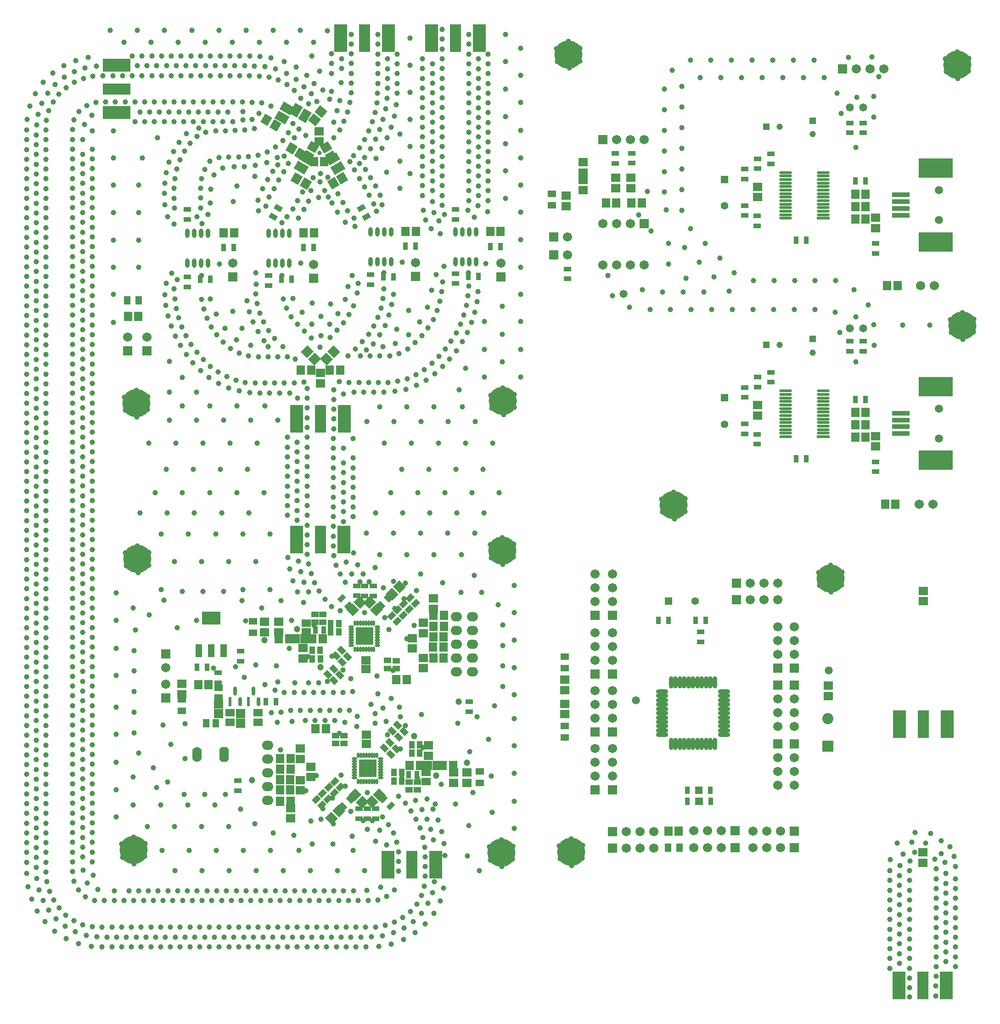
<source format=gts>
G04*
G04 #@! TF.GenerationSoftware,Altium Limited,Altium Designer,24.0.1 (36)*
G04*
G04 Layer_Color=8388736*
%FSLAX44Y44*%
%MOMM*%
G71*
G04*
G04 #@! TF.SameCoordinates,B3AD537C-9D1A-4887-B287-0D13266BF09F*
G04*
G04*
G04 #@! TF.FilePolarity,Negative*
G04*
G01*
G75*
%ADD21R,5.0800X2.0530*%
%ADD22R,5.0800X2.4130*%
%ADD23R,2.0530X5.0800*%
%ADD24R,2.4130X5.0800*%
%ADD29R,0.9500X1.4000*%
%ADD30R,1.4000X0.9500*%
G04:AMPARAMS|DCode=32|XSize=1.0546mm|YSize=1.3562mm|CornerRadius=0mm|HoleSize=0mm|Usage=FLASHONLY|Rotation=135.000|XOffset=0mm|YOffset=0mm|HoleType=Round|Shape=Rectangle|*
%AMROTATEDRECTD32*
4,1,4,0.8524,0.1066,-0.1066,-0.8524,-0.8524,-0.1066,0.1066,0.8524,0.8524,0.1066,0.0*
%
%ADD32ROTATEDRECTD32*%

%ADD35R,1.3562X1.0546*%
%ADD36R,1.0546X1.3562*%
G04:AMPARAMS|DCode=37|XSize=1.0546mm|YSize=1.3562mm|CornerRadius=0mm|HoleSize=0mm|Usage=FLASHONLY|Rotation=225.000|XOffset=0mm|YOffset=0mm|HoleType=Round|Shape=Rectangle|*
%AMROTATEDRECTD37*
4,1,4,-0.1066,0.8524,0.8524,-0.1066,0.1066,-0.8524,-0.8524,0.1066,-0.1066,0.8524,0.0*
%
%ADD37ROTATEDRECTD37*%

G04:AMPARAMS|DCode=39|XSize=0.95mm|YSize=1.4mm|CornerRadius=0mm|HoleSize=0mm|Usage=FLASHONLY|Rotation=45.000|XOffset=0mm|YOffset=0mm|HoleType=Round|Shape=Rectangle|*
%AMROTATEDRECTD39*
4,1,4,0.1591,-0.8309,-0.8309,0.1591,-0.1591,0.8309,0.8309,-0.1591,0.1591,-0.8309,0.0*
%
%ADD39ROTATEDRECTD39*%

G04:AMPARAMS|DCode=40|XSize=0.95mm|YSize=1.4mm|CornerRadius=0mm|HoleSize=0mm|Usage=FLASHONLY|Rotation=135.000|XOffset=0mm|YOffset=0mm|HoleType=Round|Shape=Rectangle|*
%AMROTATEDRECTD40*
4,1,4,0.8309,0.1591,-0.1591,-0.8309,-0.8309,-0.1591,0.1591,0.8309,0.8309,0.1591,0.0*
%
%ADD40ROTATEDRECTD40*%

G04:AMPARAMS|DCode=42|XSize=1.6587mm|YSize=0.6268mm|CornerRadius=0.3134mm|HoleSize=0mm|Usage=FLASHONLY|Rotation=90.000|XOffset=0mm|YOffset=0mm|HoleType=Round|Shape=RoundedRectangle|*
%AMROUNDEDRECTD42*
21,1,1.6587,0.0000,0,0,90.0*
21,1,1.0319,0.6268,0,0,90.0*
1,1,0.6268,0.0000,0.5159*
1,1,0.6268,0.0000,-0.5159*
1,1,0.6268,0.0000,-0.5159*
1,1,0.6268,0.0000,0.5159*
%
%ADD42ROUNDEDRECTD42*%
%ADD43R,0.6268X1.6587*%
G04:AMPARAMS|DCode=44|XSize=1.6587mm|YSize=0.627mm|CornerRadius=0.3135mm|HoleSize=0mm|Usage=FLASHONLY|Rotation=90.000|XOffset=0mm|YOffset=0mm|HoleType=Round|Shape=RoundedRectangle|*
%AMROUNDEDRECTD44*
21,1,1.6587,0.0000,0,0,90.0*
21,1,1.0317,0.6270,0,0,90.0*
1,1,0.6270,0.0000,0.5159*
1,1,0.6270,0.0000,-0.5159*
1,1,0.6270,0.0000,-0.5159*
1,1,0.6270,0.0000,0.5159*
%
%ADD44ROUNDEDRECTD44*%
%ADD55R,0.9500X1.3500*%
G04:AMPARAMS|DCode=62|XSize=0.95mm|YSize=1.4mm|CornerRadius=0mm|HoleSize=0mm|Usage=FLASHONLY|Rotation=240.000|XOffset=0mm|YOffset=0mm|HoleType=Round|Shape=Rectangle|*
%AMROTATEDRECTD62*
4,1,4,-0.3687,0.7614,0.8437,0.0614,0.3687,-0.7614,-0.8437,-0.0614,-0.3687,0.7614,0.0*
%
%ADD62ROTATEDRECTD62*%

G04:AMPARAMS|DCode=63|XSize=0.95mm|YSize=1.4mm|CornerRadius=0mm|HoleSize=0mm|Usage=FLASHONLY|Rotation=300.000|XOffset=0mm|YOffset=0mm|HoleType=Round|Shape=Rectangle|*
%AMROTATEDRECTD63*
4,1,4,-0.8437,0.0614,0.3687,0.7614,0.8437,-0.0614,-0.3687,-0.7614,-0.8437,0.0614,0.0*
%
%ADD63ROTATEDRECTD63*%

G04:AMPARAMS|DCode=76|XSize=2.3528mm|YSize=0.4949mm|CornerRadius=0.2475mm|HoleSize=0mm|Usage=FLASHONLY|Rotation=180.000|XOffset=0mm|YOffset=0mm|HoleType=Round|Shape=RoundedRectangle|*
%AMROUNDEDRECTD76*
21,1,2.3528,0.0000,0,0,180.0*
21,1,1.8579,0.4949,0,0,180.0*
1,1,0.4949,-0.9290,0.0000*
1,1,0.4949,0.9290,0.0000*
1,1,0.4949,0.9290,0.0000*
1,1,0.4949,-0.9290,0.0000*
%
%ADD76ROUNDEDRECTD76*%
%ADD77R,2.3528X0.4949*%
%ADD78R,1.7532X1.6032*%
%ADD79R,3.2032X0.9032*%
%ADD80R,6.2432X3.6032*%
%ADD81R,1.6032X1.7532*%
%ADD82R,1.7532X1.7032*%
%ADD83R,1.6532X1.4532*%
%ADD84R,1.7032X1.7532*%
%ADD85R,1.6532X1.5532*%
%ADD86R,1.5032X1.3032*%
%ADD87R,1.5532X1.2032*%
%ADD88R,1.2032X1.5532*%
%ADD89R,1.6532X1.3532*%
%ADD90R,1.7532X1.5532*%
%ADD91R,1.5532X1.7532*%
G04:AMPARAMS|DCode=92|XSize=1.7532mm|YSize=1.6032mm|CornerRadius=0mm|HoleSize=0mm|Usage=FLASHONLY|Rotation=135.000|XOffset=0mm|YOffset=0mm|HoleType=Round|Shape=Rectangle|*
%AMROTATEDRECTD92*
4,1,4,1.1867,-0.0530,0.0530,-1.1867,-1.1867,0.0530,-0.0530,1.1867,1.1867,-0.0530,0.0*
%
%ADD92ROTATEDRECTD92*%

G04:AMPARAMS|DCode=93|XSize=1.7532mm|YSize=1.6032mm|CornerRadius=0mm|HoleSize=0mm|Usage=FLASHONLY|Rotation=45.000|XOffset=0mm|YOffset=0mm|HoleType=Round|Shape=Rectangle|*
%AMROTATEDRECTD93*
4,1,4,-0.0530,-1.1867,-1.1867,-0.0530,0.0530,1.1867,1.1867,0.0530,-0.0530,-1.1867,0.0*
%
%ADD93ROTATEDRECTD93*%

%ADD94O,1.0032X0.4532*%
%ADD95O,0.4532X1.0032*%
%ADD96R,3.3032X3.3032*%
%ADD97R,3.5032X2.4032*%
%ADD98R,1.2032X2.4032*%
G04:AMPARAMS|DCode=99|XSize=1.7532mm|YSize=1.6032mm|CornerRadius=0mm|HoleSize=0mm|Usage=FLASHONLY|Rotation=150.000|XOffset=0mm|YOffset=0mm|HoleType=Round|Shape=Rectangle|*
%AMROTATEDRECTD99*
4,1,4,1.1600,0.2559,0.3584,-1.1325,-1.1600,-0.2559,-0.3584,1.1325,1.1600,0.2559,0.0*
%
%ADD99ROTATEDRECTD99*%

G04:AMPARAMS|DCode=100|XSize=1.7532mm|YSize=1.6032mm|CornerRadius=0mm|HoleSize=0mm|Usage=FLASHONLY|Rotation=210.000|XOffset=0mm|YOffset=0mm|HoleType=Round|Shape=Rectangle|*
%AMROTATEDRECTD100*
4,1,4,0.3584,1.1325,1.1600,-0.2559,-0.3584,-1.1325,-1.1600,0.2559,0.3584,1.1325,0.0*
%
%ADD100ROTATEDRECTD100*%

G04:AMPARAMS|DCode=101|XSize=2.2562mm|YSize=1.6032mm|CornerRadius=0mm|HoleSize=0mm|Usage=FLASHONLY|Rotation=210.000|XOffset=0mm|YOffset=0mm|HoleType=Round|Shape=Rectangle|*
%AMROTATEDRECTD101*
4,1,4,0.5762,1.2583,1.3778,-0.1302,-0.5762,-1.2583,-1.3778,0.1302,0.5762,1.2583,0.0*
%
%ADD101ROTATEDRECTD101*%

G04:AMPARAMS|DCode=102|XSize=2.2562mm|YSize=1.4532mm|CornerRadius=0mm|HoleSize=0mm|Usage=FLASHONLY|Rotation=210.000|XOffset=0mm|YOffset=0mm|HoleType=Round|Shape=Rectangle|*
%AMROTATEDRECTD102*
4,1,4,0.6137,1.1933,1.3403,-0.0652,-0.6137,-1.1933,-1.3403,0.0652,0.6137,1.1933,0.0*
%
%ADD102ROTATEDRECTD102*%

%ADD103O,0.8032X1.7032*%
G04:AMPARAMS|DCode=104|XSize=1.7532mm|YSize=1.6032mm|CornerRadius=0mm|HoleSize=0mm|Usage=FLASHONLY|Rotation=300.000|XOffset=0mm|YOffset=0mm|HoleType=Round|Shape=Rectangle|*
%AMROTATEDRECTD104*
4,1,4,-1.1325,0.3584,0.2559,1.1600,1.1325,-0.3584,-0.2559,-1.1600,-1.1325,0.3584,0.0*
%
%ADD104ROTATEDRECTD104*%

G04:AMPARAMS|DCode=105|XSize=2.2562mm|YSize=1.6032mm|CornerRadius=0mm|HoleSize=0mm|Usage=FLASHONLY|Rotation=150.000|XOffset=0mm|YOffset=0mm|HoleType=Round|Shape=Rectangle|*
%AMROTATEDRECTD105*
4,1,4,1.3778,0.1302,0.5762,-1.2583,-1.3778,-0.1302,-0.5762,1.2583,1.3778,0.1302,0.0*
%
%ADD105ROTATEDRECTD105*%

G04:AMPARAMS|DCode=106|XSize=2.2562mm|YSize=1.4532mm|CornerRadius=0mm|HoleSize=0mm|Usage=FLASHONLY|Rotation=150.000|XOffset=0mm|YOffset=0mm|HoleType=Round|Shape=Rectangle|*
%AMROTATEDRECTD106*
4,1,4,1.3403,0.0652,0.6137,-1.1933,-1.3403,-0.0652,-0.6137,1.1933,1.3403,0.0652,0.0*
%
%ADD106ROTATEDRECTD106*%

G04:AMPARAMS|DCode=107|XSize=1.7532mm|YSize=1.6032mm|CornerRadius=0mm|HoleSize=0mm|Usage=FLASHONLY|Rotation=60.000|XOffset=0mm|YOffset=0mm|HoleType=Round|Shape=Rectangle|*
%AMROTATEDRECTD107*
4,1,4,0.2559,-1.1600,-1.1325,-0.3584,-0.2559,1.1600,1.1325,0.3584,0.2559,-1.1600,0.0*
%
%ADD107ROTATEDRECTD107*%

G04:AMPARAMS|DCode=108|XSize=1.7532mm|YSize=1.5032mm|CornerRadius=0mm|HoleSize=0mm|Usage=FLASHONLY|Rotation=240.000|XOffset=0mm|YOffset=0mm|HoleType=Round|Shape=Rectangle|*
%AMROTATEDRECTD108*
4,1,4,-0.2126,1.1350,1.0892,0.3834,0.2126,-1.1350,-1.0892,-0.3834,-0.2126,1.1350,0.0*
%
%ADD108ROTATEDRECTD108*%

G04:AMPARAMS|DCode=109|XSize=1.7532mm|YSize=1.5532mm|CornerRadius=0mm|HoleSize=0mm|Usage=FLASHONLY|Rotation=240.000|XOffset=0mm|YOffset=0mm|HoleType=Round|Shape=Rectangle|*
%AMROTATEDRECTD109*
4,1,4,-0.2343,1.1475,1.1109,0.3709,0.2343,-1.1475,-1.1109,-0.3709,-0.2343,1.1475,0.0*
%
%ADD109ROTATEDRECTD109*%

G04:AMPARAMS|DCode=110|XSize=2.2032mm|YSize=1.6032mm|CornerRadius=0mm|HoleSize=0mm|Usage=FLASHONLY|Rotation=240.000|XOffset=0mm|YOffset=0mm|HoleType=Round|Shape=Rectangle|*
%AMROTATEDRECTD110*
4,1,4,-0.1434,1.3548,1.2450,0.5532,0.1434,-1.3548,-1.2450,-0.5532,-0.1434,1.3548,0.0*
%
%ADD110ROTATEDRECTD110*%

G04:AMPARAMS|DCode=111|XSize=1.7532mm|YSize=1.6032mm|CornerRadius=0mm|HoleSize=0mm|Usage=FLASHONLY|Rotation=140.000|XOffset=0mm|YOffset=0mm|HoleType=Round|Shape=Rectangle|*
%AMROTATEDRECTD111*
4,1,4,1.1868,0.0506,0.1563,-1.1775,-1.1868,-0.0506,-0.1563,1.1775,1.1868,0.0506,0.0*
%
%ADD111ROTATEDRECTD111*%

%ADD112R,1.3032X1.5032*%
%ADD113O,2.2532X0.8032*%
%ADD114O,0.8032X2.2532*%
%ADD115C,1.7032*%
%ADD116R,1.7032X1.7032*%
%ADD117C,1.5032*%
%ADD118O,2.1032X1.7032*%
G04:AMPARAMS|DCode=119|XSize=2.7432mm|YSize=1.7272mm|CornerRadius=0mm|HoleSize=0mm|Usage=FLASHONLY|Rotation=270.000|XOffset=0mm|YOffset=0mm|HoleType=Round|Shape=Octagon|*
%AMOCTAGOND119*
4,1,8,-0.4318,-1.3716,0.4318,-1.3716,0.8636,-0.9398,0.8636,0.9398,0.4318,1.3716,-0.4318,1.3716,-0.8636,0.9398,-0.8636,-0.9398,-0.4318,-1.3716,0.0*
%
%ADD119OCTAGOND119*%

%ADD120O,1.7272X2.7432*%
%ADD121R,1.4032X1.4032*%
%ADD122C,1.4032*%
%ADD123R,1.7032X1.7032*%
%ADD124R,2.0532X2.0532*%
%ADD125C,2.0532*%
%ADD126R,1.4032X1.4032*%
%ADD127R,1.1500X1.1500*%
%ADD128C,1.1500*%
%ADD129R,1.1500X1.1500*%
%ADD130C,1.0032*%
%ADD131C,0.8032*%
%ADD132C,5.2032*%
%ADD133C,1.2032*%
%ADD134C,1.4732*%
D21*
X1140400Y3447190D02*
D03*
D22*
Y3491005D02*
D03*
Y3403375D02*
D03*
D23*
X2627000Y1793766D02*
D03*
X2628000Y2275766D02*
D03*
X1685000Y2016900D02*
D03*
X1516100Y2616100D02*
D03*
X1516320Y2838606D02*
D03*
X1765240Y3541000D02*
D03*
X1597575D02*
D03*
D24*
X2583185Y1793766D02*
D03*
X2670815D02*
D03*
X2584185Y2275766D02*
D03*
X2671815D02*
D03*
X1641185Y2016900D02*
D03*
X1728815D02*
D03*
X1559915Y2616100D02*
D03*
X1472285D02*
D03*
X1472505Y2838606D02*
D03*
X1560135D02*
D03*
X1809055Y3541000D02*
D03*
X1721425D02*
D03*
X1641390D02*
D03*
X1553760D02*
D03*
D29*
X1307250Y2381000D02*
D03*
X1288750D02*
D03*
X1416050Y2317700D02*
D03*
X1434550D02*
D03*
X1313480Y3096670D02*
D03*
X1294980D02*
D03*
X1463340D02*
D03*
X1444840D02*
D03*
X1807510Y3101750D02*
D03*
X1789010D02*
D03*
X1651300Y3100480D02*
D03*
X1632800D02*
D03*
X1356660Y3155090D02*
D03*
X1338160D02*
D03*
X1503980D02*
D03*
X1485480D02*
D03*
X1691940Y3157630D02*
D03*
X1673440D02*
D03*
X1848150Y3156360D02*
D03*
X1829650D02*
D03*
X2226548Y2467531D02*
D03*
X2208048D02*
D03*
X2139468D02*
D03*
X2157968D02*
D03*
X2192808Y2153841D02*
D03*
X2211308D02*
D03*
X2235798Y2133521D02*
D03*
X2217298D02*
D03*
X2235438Y2153841D02*
D03*
X2216938D02*
D03*
X2192808Y2133521D02*
D03*
X2211308D02*
D03*
X2393590Y3168230D02*
D03*
X2412090D02*
D03*
X2521310Y3277450D02*
D03*
X2502810D02*
D03*
Y2874860D02*
D03*
X2521310D02*
D03*
X2412090Y2765640D02*
D03*
X2393590D02*
D03*
D30*
X1369000Y2392150D02*
D03*
Y2410650D02*
D03*
X1328000Y2370650D02*
D03*
Y2352150D02*
D03*
X1583000Y2531050D02*
D03*
Y2512550D02*
D03*
X1598100Y2512450D02*
D03*
Y2530950D02*
D03*
X1587400Y2101750D02*
D03*
Y2120250D02*
D03*
X1602900Y2101750D02*
D03*
Y2120250D02*
D03*
X1618100Y2120150D02*
D03*
Y2101650D02*
D03*
X1613600Y2512450D02*
D03*
Y2530950D02*
D03*
X1364300Y2153450D02*
D03*
Y2171950D02*
D03*
X1791100Y2317150D02*
D03*
Y2298650D02*
D03*
X1271210Y3100840D02*
D03*
Y3082340D02*
D03*
Y3206800D02*
D03*
Y3225300D02*
D03*
X1609030Y3104650D02*
D03*
Y3086150D02*
D03*
X1765240Y3106830D02*
D03*
Y3088330D02*
D03*
X1765240Y3206800D02*
D03*
Y3225300D02*
D03*
X1421070Y3084880D02*
D03*
Y3103380D02*
D03*
X2217298Y2427801D02*
D03*
Y2446301D02*
D03*
X2493010Y3384490D02*
D03*
Y3365990D02*
D03*
X2517140Y3384490D02*
D03*
Y3365990D02*
D03*
X2059729Y3328156D02*
D03*
Y3309656D02*
D03*
X2090420Y3328610D02*
D03*
Y3310110D02*
D03*
X2346960Y3327340D02*
D03*
Y3308840D02*
D03*
X2298700Y3213590D02*
D03*
Y3232090D02*
D03*
Y3299400D02*
D03*
Y3280900D02*
D03*
X2322830Y3318450D02*
D03*
Y3299950D02*
D03*
X2321560Y3194540D02*
D03*
Y3213040D02*
D03*
X2298700Y2829500D02*
D03*
Y2811000D02*
D03*
Y2878310D02*
D03*
Y2896810D02*
D03*
X2493010Y2963400D02*
D03*
Y2981900D02*
D03*
X2517140Y2963400D02*
D03*
Y2981900D02*
D03*
X2540000Y2741150D02*
D03*
Y2759650D02*
D03*
X2322830Y2897360D02*
D03*
Y2915860D02*
D03*
X2346960Y2906250D02*
D03*
Y2924750D02*
D03*
X2321560Y2810450D02*
D03*
Y2791950D02*
D03*
X2540000Y3162240D02*
D03*
Y3143740D02*
D03*
X1972310Y3096750D02*
D03*
Y3115250D02*
D03*
D32*
X1680032Y2487668D02*
D03*
X1669768Y2497932D02*
D03*
X1647768Y2475832D02*
D03*
X1658032Y2465568D02*
D03*
X1658468Y2486732D02*
D03*
X1668732Y2476468D02*
D03*
X1691532Y2498668D02*
D03*
X1681268Y2508932D02*
D03*
X1541732Y2149268D02*
D03*
X1531468Y2159532D02*
D03*
X1530032Y2137868D02*
D03*
X1519768Y2148132D02*
D03*
X1552932Y2159868D02*
D03*
X1542668Y2170132D02*
D03*
X1508968Y2137132D02*
D03*
X1519232Y2126868D02*
D03*
D35*
X1521000Y2478258D02*
D03*
Y2463742D02*
D03*
X1656000Y2392758D02*
D03*
Y2378242D02*
D03*
X1505900Y2478258D02*
D03*
Y2463742D02*
D03*
X1695100Y2168958D02*
D03*
Y2154442D02*
D03*
X1559700Y2254858D02*
D03*
Y2240342D02*
D03*
X1544600D02*
D03*
Y2254858D02*
D03*
X1680000Y2168958D02*
D03*
Y2154442D02*
D03*
X1640000Y2378742D02*
D03*
Y2393258D02*
D03*
D36*
X1535442Y2445900D02*
D03*
X1549958D02*
D03*
X1516058Y2396500D02*
D03*
X1501542D02*
D03*
X1515758Y2411900D02*
D03*
X1501242D02*
D03*
X1535442Y2461200D02*
D03*
X1549958D02*
D03*
X1666358Y2171100D02*
D03*
X1651842D02*
D03*
X1684742Y2222300D02*
D03*
X1699258D02*
D03*
X1684842Y2237900D02*
D03*
X1699358D02*
D03*
X1666458Y2186600D02*
D03*
X1651942D02*
D03*
D37*
X1566788Y2400654D02*
D03*
X1556524Y2390390D02*
D03*
X1530401Y2367263D02*
D03*
X1540665Y2377527D02*
D03*
X1541368Y2356268D02*
D03*
X1551632Y2366532D02*
D03*
X1555632Y2411932D02*
D03*
X1545368Y2401668D02*
D03*
X1646268Y2220268D02*
D03*
X1656532Y2230532D02*
D03*
X1658954Y2273848D02*
D03*
X1648690Y2263583D02*
D03*
X1670833Y2262251D02*
D03*
X1660569Y2251987D02*
D03*
X1634368Y2231868D02*
D03*
X1644632Y2242132D02*
D03*
D39*
X1641041Y2508041D02*
D03*
X1627959Y2494959D02*
D03*
X1558359Y2124159D02*
D03*
X1571441Y2137241D02*
D03*
D40*
X1555359Y2507641D02*
D03*
X1568441Y2494559D02*
D03*
X1632559Y2138141D02*
D03*
X1645641Y2125059D02*
D03*
D42*
X1358790Y2337137D02*
D03*
X1367940Y2317603D02*
D03*
X1402230D02*
D03*
D43*
X1349640D02*
D03*
X1383930D02*
D03*
D44*
X1393080Y2337137D02*
D03*
D55*
X1507100Y2449700D02*
D03*
X1522100D02*
D03*
X1693900Y2183000D02*
D03*
X1678900D02*
D03*
D62*
X1429145Y3211849D02*
D03*
X1438395Y3227871D02*
D03*
D63*
X1591705Y3227871D02*
D03*
X1600955Y3211849D02*
D03*
D76*
X2374439Y3228030D02*
D03*
Y3286530D02*
D03*
Y3293030D02*
D03*
X2443941Y3247530D02*
D03*
Y3241030D02*
D03*
Y3234530D02*
D03*
Y3215030D02*
D03*
Y3221530D02*
D03*
Y3228030D02*
D03*
Y3254030D02*
D03*
Y3260530D02*
D03*
Y3267030D02*
D03*
Y3273530D02*
D03*
Y3280030D02*
D03*
Y3286530D02*
D03*
Y3293030D02*
D03*
X2374439Y3280030D02*
D03*
Y3273530D02*
D03*
Y3267030D02*
D03*
Y3260530D02*
D03*
Y3254030D02*
D03*
Y3247530D02*
D03*
Y3241030D02*
D03*
Y3234530D02*
D03*
Y3221530D02*
D03*
Y3215030D02*
D03*
Y3208530D02*
D03*
Y2805940D02*
D03*
Y2812440D02*
D03*
Y2818940D02*
D03*
Y2825440D02*
D03*
Y2831940D02*
D03*
Y2838440D02*
D03*
Y2844940D02*
D03*
Y2851440D02*
D03*
Y2857940D02*
D03*
Y2864440D02*
D03*
Y2870940D02*
D03*
Y2877440D02*
D03*
Y2883940D02*
D03*
Y2890440D02*
D03*
X2443941D02*
D03*
Y2883940D02*
D03*
Y2877440D02*
D03*
Y2870940D02*
D03*
Y2864440D02*
D03*
Y2857940D02*
D03*
Y2851440D02*
D03*
Y2844940D02*
D03*
Y2838440D02*
D03*
Y2831940D02*
D03*
Y2825440D02*
D03*
Y2818940D02*
D03*
Y2812440D02*
D03*
D77*
Y3208530D02*
D03*
Y2805940D02*
D03*
D78*
X2627000Y2039500D02*
D03*
Y2020500D02*
D03*
X2001000Y3260500D02*
D03*
Y3279500D02*
D03*
Y3311788D02*
D03*
Y3292788D02*
D03*
X2628000Y2502500D02*
D03*
Y2521500D02*
D03*
X1413200Y2445600D02*
D03*
Y2464600D02*
D03*
X1260590Y2349980D02*
D03*
Y2330980D02*
D03*
X1705800Y2398100D02*
D03*
X1705800Y2379100D02*
D03*
X1685600Y2415200D02*
D03*
Y2434200D02*
D03*
X1706000Y2462700D02*
D03*
Y2443700D02*
D03*
X1479000Y2172600D02*
D03*
Y2153600D02*
D03*
X1498700Y2178500D02*
D03*
Y2197500D02*
D03*
X1478800Y2230900D02*
D03*
X1478800Y2211900D02*
D03*
X1786700Y2167800D02*
D03*
Y2186800D02*
D03*
X1461500Y2121200D02*
D03*
Y2102200D02*
D03*
X1725000Y2507500D02*
D03*
Y2488500D02*
D03*
X1516320Y2923290D02*
D03*
Y2904290D02*
D03*
X1513780Y3350060D02*
D03*
Y3369060D02*
D03*
X1967108Y2294201D02*
D03*
Y2313201D02*
D03*
Y2357651D02*
D03*
Y2338651D02*
D03*
X2453038Y2346771D02*
D03*
Y2327771D02*
D03*
X1969770Y3250120D02*
D03*
Y3231120D02*
D03*
X2061210Y3283140D02*
D03*
Y3264140D02*
D03*
X2089150D02*
D03*
Y3283140D02*
D03*
X2322830Y3247630D02*
D03*
Y3266630D02*
D03*
X2540000Y3190480D02*
D03*
Y3209480D02*
D03*
Y2787890D02*
D03*
Y2806890D02*
D03*
X2322830Y2845040D02*
D03*
Y2864040D02*
D03*
D79*
X2587000Y2824160D02*
D03*
Y2836660D02*
D03*
Y2811660D02*
D03*
Y2849160D02*
D03*
Y3251750D02*
D03*
Y3226750D02*
D03*
Y3214250D02*
D03*
Y3239250D02*
D03*
D80*
X2651000Y2898410D02*
D03*
Y2762410D02*
D03*
Y3301000D02*
D03*
Y3165000D02*
D03*
D81*
X2042820Y3236810D02*
D03*
X2061820D02*
D03*
X1743800Y2476400D02*
D03*
X1724800D02*
D03*
X1290840Y2349100D02*
D03*
X1309840D02*
D03*
X1743400Y2398000D02*
D03*
X1724400D02*
D03*
X1724300Y2418100D02*
D03*
X1743300D02*
D03*
X1724700Y2437000D02*
D03*
X1743700D02*
D03*
X1460800Y2154600D02*
D03*
X1441800D02*
D03*
X1460600Y2173400D02*
D03*
X1441600D02*
D03*
X1461100Y2193000D02*
D03*
X1442100D02*
D03*
Y2212000D02*
D03*
X1461100D02*
D03*
X1461200Y2133700D02*
D03*
X1442200D02*
D03*
X1656400Y2358300D02*
D03*
X1675400D02*
D03*
X1526300Y2267800D02*
D03*
X1507300D02*
D03*
X1744000Y2456600D02*
D03*
X1725000D02*
D03*
X1504500Y3313000D02*
D03*
X1523500D02*
D03*
X1499150Y2929030D02*
D03*
X1480150D02*
D03*
X1552490D02*
D03*
X1533490D02*
D03*
X1180380Y3028090D02*
D03*
X1161380D02*
D03*
X1356910Y3181760D02*
D03*
X1337910D02*
D03*
X1504230D02*
D03*
X1485230D02*
D03*
X1692190Y3184300D02*
D03*
X1673190D02*
D03*
X1848400D02*
D03*
X1829400D02*
D03*
X2158268Y2078911D02*
D03*
X2177268D02*
D03*
X2108810Y3236810D02*
D03*
X2089810D02*
D03*
X2580654Y3084130D02*
D03*
X2561654D02*
D03*
X2502560Y3230460D02*
D03*
X2521560D02*
D03*
X2521560Y3207600D02*
D03*
X2502560D02*
D03*
X2521560Y3253320D02*
D03*
X2502560D02*
D03*
X2502560Y2827870D02*
D03*
X2521560D02*
D03*
X2521560Y2850730D02*
D03*
X2502560D02*
D03*
X2521560Y2805010D02*
D03*
X2502560D02*
D03*
X2576860Y2681750D02*
D03*
X2557860D02*
D03*
D82*
X1328310Y2295510D02*
D03*
Y2313510D02*
D03*
X1369000Y2295500D02*
D03*
Y2277500D02*
D03*
D83*
X1489800Y2462250D02*
D03*
Y2445750D02*
D03*
X1711200Y2170450D02*
D03*
Y2186950D02*
D03*
D84*
X1487800Y2433000D02*
D03*
X1469800D02*
D03*
X1731900Y2199700D02*
D03*
X1713900D02*
D03*
D85*
X1600400Y2393650D02*
D03*
Y2377150D02*
D03*
X1600885Y2256060D02*
D03*
Y2239560D02*
D03*
D86*
X1392100Y2444600D02*
D03*
Y2465600D02*
D03*
X1260400Y2300600D02*
D03*
Y2321600D02*
D03*
X1810300Y2167300D02*
D03*
Y2188300D02*
D03*
X1967108Y2251291D02*
D03*
Y2272291D02*
D03*
Y2400561D02*
D03*
Y2379561D02*
D03*
X1943100Y3232660D02*
D03*
Y3253660D02*
D03*
D87*
X1328310Y2342720D02*
D03*
Y2324720D02*
D03*
D88*
X1323300Y2277400D02*
D03*
X1305300D02*
D03*
D89*
X1400900Y2279150D02*
D03*
Y2296650D02*
D03*
X1349400D02*
D03*
Y2279150D02*
D03*
D90*
X1439000Y2464750D02*
D03*
Y2445250D02*
D03*
X1715700Y2236950D02*
D03*
Y2217450D02*
D03*
X1762000Y2186750D02*
D03*
Y2167250D02*
D03*
X1484600Y2416150D02*
D03*
Y2396650D02*
D03*
D91*
X1500950Y2433000D02*
D03*
X1520450D02*
D03*
X1459150D02*
D03*
X1439650D02*
D03*
X1741850Y2199700D02*
D03*
X1761350D02*
D03*
X1700050D02*
D03*
X1680550D02*
D03*
D92*
X1589418Y2500318D02*
D03*
X1575983Y2486882D02*
D03*
X1648282Y2515383D02*
D03*
X1661718Y2528817D02*
D03*
X1550117Y2116017D02*
D03*
X1536682Y2102583D02*
D03*
X1611582Y2132383D02*
D03*
X1625018Y2145818D02*
D03*
X1540818Y2962418D02*
D03*
X1527382Y2948983D02*
D03*
D93*
X1620117Y2487083D02*
D03*
X1606682Y2500517D02*
D03*
X1593118Y2132083D02*
D03*
X1579682Y2145518D02*
D03*
X1491822Y2962418D02*
D03*
X1505258Y2948983D02*
D03*
D94*
X1573575Y2455730D02*
D03*
X1621575Y2420730D02*
D03*
Y2425730D02*
D03*
Y2430730D02*
D03*
Y2435730D02*
D03*
Y2440730D02*
D03*
Y2445730D02*
D03*
Y2450730D02*
D03*
Y2455730D02*
D03*
X1573575Y2450730D02*
D03*
Y2445730D02*
D03*
Y2440730D02*
D03*
Y2435730D02*
D03*
Y2430730D02*
D03*
Y2425730D02*
D03*
Y2420730D02*
D03*
X1627425Y2211970D02*
D03*
Y2206970D02*
D03*
Y2201970D02*
D03*
Y2196970D02*
D03*
Y2191970D02*
D03*
Y2186970D02*
D03*
Y2181970D02*
D03*
X1579425Y2176970D02*
D03*
Y2181970D02*
D03*
Y2186970D02*
D03*
Y2191970D02*
D03*
Y2196970D02*
D03*
Y2201970D02*
D03*
Y2206970D02*
D03*
Y2211970D02*
D03*
X1627425Y2176970D02*
D03*
D95*
X1580075Y2462230D02*
D03*
X1615075D02*
D03*
X1610075D02*
D03*
X1605075D02*
D03*
X1600075D02*
D03*
X1595075D02*
D03*
X1590075D02*
D03*
X1585075D02*
D03*
X1580075Y2414230D02*
D03*
X1585075D02*
D03*
X1590075D02*
D03*
X1595075D02*
D03*
X1600075D02*
D03*
X1605075D02*
D03*
X1610075D02*
D03*
X1615075D02*
D03*
X1585925Y2218470D02*
D03*
X1590925D02*
D03*
X1595925D02*
D03*
X1600925D02*
D03*
X1605925D02*
D03*
X1610925D02*
D03*
X1615925D02*
D03*
X1620925D02*
D03*
X1615925Y2170470D02*
D03*
X1605925D02*
D03*
X1600925D02*
D03*
X1595925D02*
D03*
X1590925D02*
D03*
X1585925D02*
D03*
X1620925D02*
D03*
X1610925D02*
D03*
D96*
X1597575Y2438230D02*
D03*
X1603425Y2194470D02*
D03*
D97*
X1314800Y2471600D02*
D03*
D98*
X1337800Y2411600D02*
D03*
X1314800D02*
D03*
X1291800D02*
D03*
D99*
X1502850Y3339827D02*
D03*
X1493350Y3323373D02*
D03*
D100*
X1526250Y3339227D02*
D03*
X1535750Y3322773D02*
D03*
D101*
X1548850Y3301373D02*
D03*
D102*
X1539350Y3317827D02*
D03*
D103*
X1309310Y3181320D02*
D03*
X1296610D02*
D03*
X1283910D02*
D03*
X1271210D02*
D03*
X1309310Y3126320D02*
D03*
X1296610D02*
D03*
X1283910D02*
D03*
X1271210D02*
D03*
X1459170Y3181320D02*
D03*
X1446470D02*
D03*
X1433770D02*
D03*
X1421070D02*
D03*
X1459170Y3126320D02*
D03*
X1446470D02*
D03*
X1433770D02*
D03*
X1421070D02*
D03*
X1647130Y3183860D02*
D03*
X1634430D02*
D03*
X1621730D02*
D03*
X1609030D02*
D03*
X1647130Y3128860D02*
D03*
X1634430D02*
D03*
X1621730D02*
D03*
X1609030D02*
D03*
X1803340Y3183860D02*
D03*
X1790640D02*
D03*
X1777940D02*
D03*
X1765240D02*
D03*
X1803340Y3128860D02*
D03*
X1790640D02*
D03*
X1777940D02*
D03*
X1765240D02*
D03*
D104*
X1556327Y3282350D02*
D03*
X1539873Y3272850D02*
D03*
D105*
X1481090Y3301803D02*
D03*
X1445530Y3394513D02*
D03*
X1455030Y3410967D02*
D03*
D106*
X1490590Y3318257D02*
D03*
D107*
X1472533Y3281760D02*
D03*
X1488987Y3272260D02*
D03*
X1479490Y3327810D02*
D03*
X1463035Y3337310D02*
D03*
D108*
X1416653Y3389710D02*
D03*
D109*
X1433107Y3380210D02*
D03*
D110*
X1471263Y3407490D02*
D03*
X1487717Y3397990D02*
D03*
D111*
X1505133Y3390382D02*
D03*
X1517346Y3404937D02*
D03*
D112*
X1160380Y3057300D02*
D03*
X1181380D02*
D03*
X2178268Y2048431D02*
D03*
X2157268D02*
D03*
D113*
X2146328Y2256081D02*
D03*
Y2264081D02*
D03*
Y2272081D02*
D03*
Y2280081D02*
D03*
Y2288081D02*
D03*
Y2296081D02*
D03*
Y2304081D02*
D03*
Y2312081D02*
D03*
Y2320081D02*
D03*
Y2328081D02*
D03*
Y2336081D02*
D03*
X2260328D02*
D03*
Y2328081D02*
D03*
Y2320081D02*
D03*
Y2312081D02*
D03*
Y2304081D02*
D03*
Y2296081D02*
D03*
Y2288081D02*
D03*
Y2280081D02*
D03*
Y2272081D02*
D03*
Y2264081D02*
D03*
Y2256081D02*
D03*
D114*
X2163328Y2353081D02*
D03*
X2171328D02*
D03*
X2179328D02*
D03*
X2187328D02*
D03*
X2195328D02*
D03*
X2203328D02*
D03*
X2211328D02*
D03*
X2219328D02*
D03*
X2227328D02*
D03*
X2235328D02*
D03*
X2243328D02*
D03*
Y2239081D02*
D03*
X2235328D02*
D03*
X2227328D02*
D03*
X2219328D02*
D03*
X2211328D02*
D03*
X2203328D02*
D03*
X2195328D02*
D03*
X2187328D02*
D03*
X2179328D02*
D03*
X2171328D02*
D03*
X2163328D02*
D03*
D115*
X1849060Y3125880D02*
D03*
X1231100Y2380400D02*
D03*
X1231300Y2349600D02*
D03*
X1355030Y3125880D02*
D03*
X1503620Y3123340D02*
D03*
X1691580Y3127150D02*
D03*
X1196280Y2989990D02*
D03*
X1160720D02*
D03*
X2080138Y2077641D02*
D03*
X2105538D02*
D03*
X2130938D02*
D03*
X2359538Y2505631D02*
D03*
X2334138D02*
D03*
X2308738D02*
D03*
X2054738Y2393871D02*
D03*
Y2419271D02*
D03*
Y2444671D02*
D03*
Y2180511D02*
D03*
Y2205911D02*
D03*
Y2231311D02*
D03*
Y2287191D02*
D03*
Y2312591D02*
D03*
Y2337991D02*
D03*
Y2501821D02*
D03*
Y2527221D02*
D03*
Y2552621D02*
D03*
X2359538Y2404641D02*
D03*
Y2430041D02*
D03*
Y2455441D02*
D03*
X2390018Y2322091D02*
D03*
Y2296691D02*
D03*
Y2271291D02*
D03*
Y2214141D02*
D03*
Y2188741D02*
D03*
Y2163341D02*
D03*
X2255398Y2048431D02*
D03*
X2229998D02*
D03*
X2204598D02*
D03*
X2359538Y2536111D02*
D03*
X2334138D02*
D03*
X2308738D02*
D03*
X2255741Y2079321D02*
D03*
X2230341D02*
D03*
X2204941D02*
D03*
X2364618Y2078911D02*
D03*
X2339218D02*
D03*
X2313818D02*
D03*
X2022988Y2501821D02*
D03*
Y2527221D02*
D03*
Y2552621D02*
D03*
Y2393871D02*
D03*
Y2419271D02*
D03*
Y2444671D02*
D03*
X2080138Y2047161D02*
D03*
X2105538D02*
D03*
X2130938D02*
D03*
X2364618Y2048431D02*
D03*
X2339218D02*
D03*
X2313818D02*
D03*
X2359538Y2214141D02*
D03*
Y2188741D02*
D03*
Y2163341D02*
D03*
X2022988Y2287191D02*
D03*
Y2312591D02*
D03*
Y2337991D02*
D03*
X2359538Y2271291D02*
D03*
Y2296691D02*
D03*
Y2322091D02*
D03*
X2390018Y2404641D02*
D03*
Y2430041D02*
D03*
Y2455441D02*
D03*
X2022988Y2180511D02*
D03*
Y2205911D02*
D03*
Y2231311D02*
D03*
X2504440Y3484460D02*
D03*
X2529840D02*
D03*
X2555240D02*
D03*
X2062480Y3353650D02*
D03*
X2087880D02*
D03*
X2113280D02*
D03*
X2087880Y3198710D02*
D03*
X2062480D02*
D03*
X2037080D02*
D03*
X2113280Y3122510D02*
D03*
X2087880D02*
D03*
X2062480D02*
D03*
X2037080D02*
D03*
X1972310Y3174580D02*
D03*
Y3141560D02*
D03*
X2646102Y2681752D02*
D03*
X2620702D02*
D03*
X2623226Y3084131D02*
D03*
X2648626D02*
D03*
D116*
X1849060Y3100480D02*
D03*
X1231100Y2405800D02*
D03*
X1231300Y2324200D02*
D03*
X1355030Y3100480D02*
D03*
X1503620Y3097940D02*
D03*
X1691580Y3101750D02*
D03*
X1196280Y2964590D02*
D03*
X1160720D02*
D03*
X2054738Y2368471D02*
D03*
Y2155111D02*
D03*
Y2261791D02*
D03*
Y2476421D02*
D03*
X2359538Y2379241D02*
D03*
X2390018Y2347491D02*
D03*
Y2239541D02*
D03*
X2022988Y2476421D02*
D03*
Y2368471D02*
D03*
X2359538Y2239541D02*
D03*
X2022988Y2261791D02*
D03*
X2359538Y2347491D02*
D03*
X2390018Y2379241D02*
D03*
X2022988Y2155111D02*
D03*
X2113280Y3198710D02*
D03*
D117*
X2657000Y2802910D02*
D03*
Y2857910D02*
D03*
Y3205500D02*
D03*
Y3260500D02*
D03*
D118*
X1767000Y2372520D02*
D03*
Y2397920D02*
D03*
Y2423320D02*
D03*
Y2448720D02*
D03*
Y2474120D02*
D03*
X1797000Y2372520D02*
D03*
Y2397920D02*
D03*
Y2423320D02*
D03*
Y2448720D02*
D03*
Y2474120D02*
D03*
X1419100Y2135700D02*
D03*
Y2161100D02*
D03*
Y2186500D02*
D03*
Y2211900D02*
D03*
Y2237300D02*
D03*
D119*
X1339000Y2219600D02*
D03*
D120*
X1288600D02*
D03*
D121*
X2158608Y2503091D02*
D03*
D122*
X2207408D02*
D03*
X2261870Y3231460D02*
D03*
Y2828870D02*
D03*
D123*
X2054738Y2077641D02*
D03*
X2283338Y2505631D02*
D03*
X2280798Y2048431D02*
D03*
X2283338Y2536111D02*
D03*
X2281141Y2079321D02*
D03*
X2390018Y2078911D02*
D03*
X2054738Y2047161D02*
D03*
X2390018Y2048431D02*
D03*
X2479040Y3484460D02*
D03*
X2037080Y3353650D02*
D03*
X1946910Y3174580D02*
D03*
Y3141560D02*
D03*
D124*
X2452248Y2235121D02*
D03*
D125*
Y2285921D02*
D03*
D126*
X2261870Y3280260D02*
D03*
Y2877670D02*
D03*
D127*
X2338470Y3377780D02*
D03*
Y2975190D02*
D03*
D128*
X2363470Y3377780D02*
D03*
X2424430Y3363810D02*
D03*
Y2961220D02*
D03*
X2363470Y2975190D02*
D03*
D129*
X2424430Y3388810D02*
D03*
Y2986220D02*
D03*
D130*
X1550092Y1950473D02*
D03*
X1095584Y3102006D02*
D03*
X1307092Y1968560D02*
D03*
X1010527Y3173364D02*
D03*
X1118092Y1950473D02*
D03*
X1077560Y3183006D02*
D03*
X1095584Y2058005D02*
D03*
X1262092Y1950473D02*
D03*
X1169475Y3507774D02*
D03*
X1077560Y2355005D02*
D03*
X1010527Y2903363D02*
D03*
X1745924Y2033927D02*
D03*
X1316092Y1950473D02*
D03*
X1223475Y3471663D02*
D03*
X1385763Y3507629D02*
D03*
X1239681Y1865416D02*
D03*
X1719613Y2081895D02*
D03*
X1345326Y3404630D02*
D03*
X1059473Y3246006D02*
D03*
Y2652005D02*
D03*
X1489000Y3361000D02*
D03*
X1010527Y2075363D02*
D03*
X1104276Y1883862D02*
D03*
X1059473Y2670005D02*
D03*
X1627693Y1975523D02*
D03*
X1618020Y2059896D02*
D03*
X1419681Y1901528D02*
D03*
X1077560Y2103005D02*
D03*
X992440Y2048362D02*
D03*
X1047018Y1880630D02*
D03*
X1425316Y3415652D02*
D03*
X992440Y3344364D02*
D03*
X1419681Y1865416D02*
D03*
X974416Y3263364D02*
D03*
X1103416Y3488942D02*
D03*
X1158681Y1883440D02*
D03*
X997413Y1970572D02*
D03*
X992440Y2426363D02*
D03*
X1095584Y3030006D02*
D03*
X992440Y2210363D02*
D03*
X1059473Y3318006D02*
D03*
X1095584Y3228006D02*
D03*
X1563681Y1901528D02*
D03*
X992440Y3128363D02*
D03*
X1095584Y2868005D02*
D03*
X992440Y2156363D02*
D03*
X1010527Y3227364D02*
D03*
X1295475Y3507774D02*
D03*
X1478092Y1950473D02*
D03*
X1660527Y2004714D02*
D03*
X1610331Y1883739D02*
D03*
X1192326Y3386606D02*
D03*
X974416Y3353364D02*
D03*
X1095584Y2022005D02*
D03*
X1367476Y3507774D02*
D03*
X1026256Y1894332D02*
D03*
X974416Y2831363D02*
D03*
X1156326Y3422718D02*
D03*
X1300326Y3386606D02*
D03*
X974416Y3137363D02*
D03*
X1149681Y1901527D02*
D03*
X992440Y2822363D02*
D03*
X1347681Y1865416D02*
D03*
X1115476Y3471719D02*
D03*
X1709473Y2013328D02*
D03*
X1280092Y1950473D02*
D03*
X1010527Y2939363D02*
D03*
X974532Y2000469D02*
D03*
X992440Y2894363D02*
D03*
X1577092Y1968560D02*
D03*
X1379092D02*
D03*
X1059473Y3048006D02*
D03*
X1077560Y2913005D02*
D03*
X1205475Y3507774D02*
D03*
X1239681Y1901527D02*
D03*
X1581681Y1865416D02*
D03*
X1372326Y3422718D02*
D03*
X1370092Y1950473D02*
D03*
X992440Y2966363D02*
D03*
X1527681Y1865416D02*
D03*
X1010527Y3029363D02*
D03*
Y2021362D02*
D03*
X974416Y2597363D02*
D03*
X1061694Y1913624D02*
D03*
X1365681Y1901528D02*
D03*
X1059473Y2274005D02*
D03*
X992440Y2138363D02*
D03*
X1336326Y3386606D02*
D03*
X1415092Y1968560D02*
D03*
X1650833Y2075284D02*
D03*
X1545681Y1865416D02*
D03*
X974416Y3227363D02*
D03*
X1572681Y1883440D02*
D03*
X992440Y2102363D02*
D03*
X1059473Y3210006D02*
D03*
X974416Y2903363D02*
D03*
X1709709Y1907293D02*
D03*
X1190092Y1950473D02*
D03*
X1385475Y3471519D02*
D03*
X1520395Y3444810D02*
D03*
X1095584Y3336006D02*
D03*
X1532092Y1950473D02*
D03*
X1029001Y1916655D02*
D03*
X1131681Y1865416D02*
D03*
X1282326Y3386606D02*
D03*
X1095584Y2652005D02*
D03*
X992440Y2750363D02*
D03*
X1630359Y2104740D02*
D03*
X983920Y1952988D02*
D03*
X1013309Y3439602D02*
D03*
X1219325Y3404630D02*
D03*
X1044018Y3468790D02*
D03*
X1352092Y1950473D02*
D03*
X1651265Y1891287D02*
D03*
X1095584Y2382005D02*
D03*
X1702527Y1960193D02*
D03*
X1496092Y1950473D02*
D03*
X992440Y2462363D02*
D03*
X1217092Y1968560D02*
D03*
X1318326Y3386606D02*
D03*
X1059473Y3120006D02*
D03*
Y2706005D02*
D03*
X1077560Y2931006D02*
D03*
X1500681Y1883440D02*
D03*
X1077560Y2157005D02*
D03*
X1286476Y3489750D02*
D03*
X1630986Y1885876D02*
D03*
X1059473Y2922006D02*
D03*
X1095584Y3156006D02*
D03*
X1096674Y3470513D02*
D03*
X1468493Y3443896D02*
D03*
X974416Y2057363D02*
D03*
X1172092Y1950473D02*
D03*
X1298092D02*
D03*
X1077560Y3039006D02*
D03*
Y2805005D02*
D03*
X1397092Y1968560D02*
D03*
X1010527Y3011363D02*
D03*
X1354326Y3386606D02*
D03*
X1095584Y2724005D02*
D03*
X1257681Y1865416D02*
D03*
X1077560Y2481005D02*
D03*
X1059473Y2850005D02*
D03*
X1062568Y3459384D02*
D03*
X974416Y2039362D02*
D03*
X992440Y2066362D02*
D03*
X974416Y2435363D02*
D03*
X1102348Y3421899D02*
D03*
X1010527Y2399363D02*
D03*
X974416Y2795363D02*
D03*
X1059473Y2076005D02*
D03*
X1077560Y3309006D02*
D03*
X1327326Y3404630D02*
D03*
X992440Y2390363D02*
D03*
X1264326Y3422718D02*
D03*
X1077560Y2823005D02*
D03*
X992440Y2516363D02*
D03*
X1010527Y2291363D02*
D03*
X1095584Y2706005D02*
D03*
X974416Y2345363D02*
D03*
X1232476Y3489750D02*
D03*
X1437681Y1901528D02*
D03*
X1404731Y3506977D02*
D03*
X1059473Y3156006D02*
D03*
X1185681Y1865416D02*
D03*
X1059473Y2454005D02*
D03*
Y2526005D02*
D03*
X1723916Y2118992D02*
D03*
X1059473Y2148005D02*
D03*
X992440Y3254363D02*
D03*
X1454468Y3455178D02*
D03*
X1480172Y3430198D02*
D03*
X1451092Y1968560D02*
D03*
X1082324Y3485578D02*
D03*
X1095584Y2490005D02*
D03*
X1077560Y3147006D02*
D03*
X1010527Y2147363D02*
D03*
Y2813363D02*
D03*
X1095584Y2580005D02*
D03*
X992440Y2570363D02*
D03*
X1095584Y2328005D02*
D03*
X1077560Y2067005D02*
D03*
X992440Y2084362D02*
D03*
X1367476Y3471663D02*
D03*
X1077560Y2445005D02*
D03*
X974416Y3299363D02*
D03*
Y3011363D02*
D03*
X1691970Y2135159D02*
D03*
X974416Y2489363D02*
D03*
Y2993363D02*
D03*
X1289092Y1968560D02*
D03*
X1095584Y2166005D02*
D03*
X1275681Y1901527D02*
D03*
X1105867Y1970879D02*
D03*
X1010527Y2597363D02*
D03*
X974416Y2813363D02*
D03*
X1010527Y2111363D02*
D03*
X1081043Y3381918D02*
D03*
X1059473Y2058005D02*
D03*
X974416Y2561363D02*
D03*
X1059473Y2616005D02*
D03*
X1095584Y3210006D02*
D03*
X1077560Y2319005D02*
D03*
X1010527Y2453363D02*
D03*
X1059473Y2886006D02*
D03*
X1010527Y2867363D02*
D03*
X1660614Y2022714D02*
D03*
X1010527Y3137363D02*
D03*
X1361092Y1968560D02*
D03*
X1059473Y3030005D02*
D03*
X1264325Y3386606D02*
D03*
X1095584Y2598005D02*
D03*
X1275681Y1865416D02*
D03*
X1095584Y3138006D02*
D03*
X1259475Y3471663D02*
D03*
X974416Y3281364D02*
D03*
X975344Y3391116D02*
D03*
X1059473Y2976006D02*
D03*
Y2022005D02*
D03*
X1077560Y2535005D02*
D03*
X1095584Y3300006D02*
D03*
X974416Y2165363D02*
D03*
X1241475Y3507774D02*
D03*
X1010527Y2669363D02*
D03*
Y2651363D02*
D03*
X1095584Y2994006D02*
D03*
X1509595Y3423857D02*
D03*
X1010527Y3263364D02*
D03*
X1059473Y2796005D02*
D03*
X1010527Y2741363D02*
D03*
Y2957363D02*
D03*
X1077560Y2985005D02*
D03*
X1005266Y3459212D02*
D03*
X1388092Y1950473D02*
D03*
X1518681Y1883440D02*
D03*
X1095584Y2526005D02*
D03*
X974416Y2291363D02*
D03*
X1095584Y2364005D02*
D03*
X974416Y3155363D02*
D03*
X1113681Y1901527D02*
D03*
X1095584Y2274005D02*
D03*
X1536681Y1883440D02*
D03*
X992440Y3200363D02*
D03*
X1709473Y1995328D02*
D03*
X1078140Y1906309D02*
D03*
X1010527Y2975363D02*
D03*
X1541092Y1968560D02*
D03*
X1010527Y2687363D02*
D03*
X1002507Y3420959D02*
D03*
X974416Y2741363D02*
D03*
X1095584Y2112005D02*
D03*
Y2040005D02*
D03*
X1077560Y3003006D02*
D03*
X1010527Y2219363D02*
D03*
X1331476Y3507774D02*
D03*
X1059473Y2580005D02*
D03*
X1077560Y2949006D02*
D03*
X1491681Y1865416D02*
D03*
X1354326Y3422718D02*
D03*
X1059473Y2760005D02*
D03*
X1077560Y3237006D02*
D03*
X1210325Y3422718D02*
D03*
X1413717Y3487930D02*
D03*
X1471363Y3464585D02*
D03*
X1095584Y2346005D02*
D03*
X980550Y3415334D02*
D03*
X1079156Y3466373D02*
D03*
X1095584Y3012006D02*
D03*
X1343092Y1968560D02*
D03*
X1010527Y2723363D02*
D03*
X1668211Y1919386D02*
D03*
X1469092Y1968560D02*
D03*
X1059473Y3102006D02*
D03*
X1471294Y3487130D02*
D03*
X1061578Y3389882D02*
D03*
X1070425Y1970226D02*
D03*
X1059473Y2004005D02*
D03*
X1010527Y2237363D02*
D03*
Y3245363D02*
D03*
X1709907Y2031322D02*
D03*
X1070200Y1871082D02*
D03*
X1491681Y1901528D02*
D03*
X1340476Y3489750D02*
D03*
X1059473Y2832006D02*
D03*
X1010527Y2417363D02*
D03*
X1077560Y2211005D02*
D03*
X1563681Y1865416D02*
D03*
X974416Y2867363D02*
D03*
X1625413Y2080391D02*
D03*
X1600386Y1865423D02*
D03*
X1095584Y2940005D02*
D03*
X974416Y3065363D02*
D03*
X1077560Y2121005D02*
D03*
X992440Y2174363D02*
D03*
X1638372Y2053248D02*
D03*
X1077560Y2031005D02*
D03*
X1311681Y1865416D02*
D03*
X992440Y3038363D02*
D03*
X974416Y2687363D02*
D03*
X1059473Y2436005D02*
D03*
X992440Y3056363D02*
D03*
X1203681Y1865416D02*
D03*
X992469Y2011638D02*
D03*
X1660241Y2143382D02*
D03*
X1169475Y3471663D02*
D03*
X992440Y2930363D02*
D03*
X1682211Y1930700D02*
D03*
X1023157Y3476339D02*
D03*
X1347681Y1901527D02*
D03*
X992440Y3002363D02*
D03*
X1376548Y3489678D02*
D03*
X1401681Y1865416D02*
D03*
X974416Y2759363D02*
D03*
X1300326Y3422718D02*
D03*
X1473681Y1901528D02*
D03*
X1077560Y2625005D02*
D03*
X1010527Y2165363D02*
D03*
X1095584Y3369887D02*
D03*
X1004797Y1951020D02*
D03*
X1059473Y2220005D02*
D03*
X1010527Y2003362D02*
D03*
X1095584Y2634005D02*
D03*
X1011412Y3389342D02*
D03*
X992440Y3272364D02*
D03*
X1027477Y3455691D02*
D03*
X1604092Y1950473D02*
D03*
X1707792Y1977406D02*
D03*
X1504969Y3456773D02*
D03*
X1095584Y2292005D02*
D03*
X1669891Y1879073D02*
D03*
X1010527Y2561363D02*
D03*
Y2057363D02*
D03*
X1257681Y1901527D02*
D03*
X1365681Y1865416D02*
D03*
X1349476Y3507774D02*
D03*
X1533000Y3428000D02*
D03*
X1095584Y2796005D02*
D03*
X1494644Y3419494D02*
D03*
X1705388Y2066985D02*
D03*
X1226092Y1950473D02*
D03*
X1077560Y3093006D02*
D03*
X1095584Y2472005D02*
D03*
X974416Y2651363D02*
D03*
X1246326Y3422718D02*
D03*
X1138326Y3422804D02*
D03*
X1259475Y3507774D02*
D03*
X1282326Y3422718D02*
D03*
X1374681Y1883440D02*
D03*
X992440Y3290363D02*
D03*
X974416Y2669363D02*
D03*
X1010527Y2327363D02*
D03*
X1601983Y1969093D02*
D03*
X1122681Y1883440D02*
D03*
X992440Y3020363D02*
D03*
X1201326Y3404630D02*
D03*
X992440Y2318363D02*
D03*
X974416Y2219363D02*
D03*
X992440Y2408363D02*
D03*
Y2768363D02*
D03*
X1554681Y1883440D02*
D03*
X974416Y2543363D02*
D03*
X1136266Y1968560D02*
D03*
X1442092Y1950473D02*
D03*
X974416Y2021362D02*
D03*
Y2129363D02*
D03*
Y3317364D02*
D03*
X1700000Y2084160D02*
D03*
X1329681Y1901527D02*
D03*
X1136092Y1950473D02*
D03*
X1059473Y2094005D02*
D03*
Y2112005D02*
D03*
X1383681Y1901528D02*
D03*
X1059473Y3138006D02*
D03*
X1670383Y1900087D02*
D03*
X1015359Y1932866D02*
D03*
X1095584Y3174006D02*
D03*
X1394859Y3489284D02*
D03*
X1095584Y2904005D02*
D03*
X992440Y2732363D02*
D03*
X1277476Y3507774D02*
D03*
X974416Y3245363D02*
D03*
X1095584Y2886006D02*
D03*
X1059473Y2814005D02*
D03*
Y2346005D02*
D03*
X1726638Y1985101D02*
D03*
X1100105Y1951169D02*
D03*
X1568092Y1950473D02*
D03*
X974416Y2309363D02*
D03*
X1008513Y1911624D02*
D03*
X1077560Y2085005D02*
D03*
X1237326Y3404630D02*
D03*
X1455681Y1865416D02*
D03*
X1095584Y2850005D02*
D03*
Y3192006D02*
D03*
X1062445Y3478810D02*
D03*
X1095584Y2562005D02*
D03*
X1622043Y1951798D02*
D03*
X1410681Y1883440D02*
D03*
X1059473Y2400005D02*
D03*
Y2130005D02*
D03*
X1403464Y3470887D02*
D03*
X1034129Y3437510D02*
D03*
X1023311Y3423123D02*
D03*
X1133476Y3471576D02*
D03*
X1163092Y1968560D02*
D03*
X1059473Y2778005D02*
D03*
X1131681Y1901527D02*
D03*
X1295475Y3471663D02*
D03*
X1373000Y3405000D02*
D03*
X1059473Y2202005D02*
D03*
X1010527Y2579363D02*
D03*
X1077560Y2751005D02*
D03*
X1509681Y1901528D02*
D03*
X992440Y2696363D02*
D03*
X1401681Y1901528D02*
D03*
X1140681Y1883440D02*
D03*
X1059473Y2742005D02*
D03*
X1010527Y2543363D02*
D03*
X1088367Y3505656D02*
D03*
X1635437Y1904814D02*
D03*
X1077560Y2499005D02*
D03*
X1514092Y1950473D02*
D03*
X992440Y2480363D02*
D03*
X1194681Y1883440D02*
D03*
X1221681Y1865416D02*
D03*
X1095584Y2544005D02*
D03*
X992440Y2804363D02*
D03*
X974416Y2093363D02*
D03*
X990636Y3438498D02*
D03*
X992440Y2300363D02*
D03*
X1059473Y2166005D02*
D03*
X1293681Y1901527D02*
D03*
X1095584Y2616005D02*
D03*
X1523092Y1968560D02*
D03*
X1010527Y2183363D02*
D03*
X974416Y2615363D02*
D03*
X992440Y3308364D02*
D03*
X1255326Y3404630D02*
D03*
X1077560Y2787005D02*
D03*
X1174325Y3386606D02*
D03*
X1178475Y3489750D02*
D03*
X992440Y2786363D02*
D03*
X1059473Y3228006D02*
D03*
X1010527Y3191364D02*
D03*
Y3083363D02*
D03*
X1077560Y2373005D02*
D03*
X1277476Y3471663D02*
D03*
X1010527Y2849363D02*
D03*
X992440Y2840363D02*
D03*
Y2228363D02*
D03*
X1077560Y2769005D02*
D03*
X1322475Y3489750D02*
D03*
X1221681Y1901527D02*
D03*
X1010527Y3335363D02*
D03*
X1641839Y2090877D02*
D03*
X1095584Y2760005D02*
D03*
X974416Y3209363D02*
D03*
X974416Y2363363D02*
D03*
X1059473Y3372006D02*
D03*
X1509681Y1865416D02*
D03*
X1187476Y3507774D02*
D03*
X1167681Y1865416D02*
D03*
X1187476Y3471663D02*
D03*
X1599681Y1901528D02*
D03*
X1010527Y2993363D02*
D03*
X992440Y2534363D02*
D03*
X1223475Y3507774D02*
D03*
X1268475Y3489750D02*
D03*
X1464681Y1883440D02*
D03*
X1059473Y3336006D02*
D03*
X1248681Y1883440D02*
D03*
X1390323Y3422378D02*
D03*
X1059473Y2868005D02*
D03*
Y2634005D02*
D03*
X1559092Y1968560D02*
D03*
X974416Y2255363D02*
D03*
X1077560Y3273006D02*
D03*
X1428681Y1883440D02*
D03*
X1586092Y1950473D02*
D03*
X974416Y2975363D02*
D03*
X1077560Y2517005D02*
D03*
X1084518Y1886474D02*
D03*
X1077560Y2607005D02*
D03*
X1737059Y1949631D02*
D03*
X1095584Y3084006D02*
D03*
X1010527Y2525363D02*
D03*
X992440Y2660363D02*
D03*
X1010527Y2039362D02*
D03*
X974416Y2075363D02*
D03*
X1623567Y1866251D02*
D03*
X1672927Y2130612D02*
D03*
X1167681Y1901527D02*
D03*
X992440Y2444363D02*
D03*
X1482681Y1883440D02*
D03*
X1712646Y2137712D02*
D03*
X974416Y2849363D02*
D03*
X1077560Y2967006D02*
D03*
Y3201006D02*
D03*
Y3291006D02*
D03*
X1059473Y3012006D02*
D03*
X1095584Y2202005D02*
D03*
X1703284Y2118400D02*
D03*
X1077560Y2697005D02*
D03*
Y2643005D02*
D03*
X974416Y3101364D02*
D03*
Y2453363D02*
D03*
X1077560Y2409005D02*
D03*
X1228326Y3422718D02*
D03*
X1010527Y3047363D02*
D03*
X1095584Y2094005D02*
D03*
X1059473Y2418005D02*
D03*
X1652347Y1970331D02*
D03*
X1095584Y2742005D02*
D03*
X974416Y3083363D02*
D03*
X993513Y1991273D02*
D03*
X992440Y3074363D02*
D03*
X1077560Y2139005D02*
D03*
X1010527Y3119363D02*
D03*
X1077560Y2733005D02*
D03*
Y2229005D02*
D03*
X992440Y2912363D02*
D03*
X1095584Y2400005D02*
D03*
X1059473Y2184005D02*
D03*
Y2292005D02*
D03*
X1250475Y3489750D02*
D03*
X1403051Y3401951D02*
D03*
X1096959Y1997495D02*
D03*
X974416Y2237363D02*
D03*
X974416Y2327363D02*
D03*
X1077560Y2661005D02*
D03*
X1085334Y3416023D02*
D03*
X1273326Y3404630D02*
D03*
X1185681Y1901527D02*
D03*
X974416Y2705363D02*
D03*
X1581681Y1901528D02*
D03*
X1010527Y2435363D02*
D03*
X1095584Y2184005D02*
D03*
X1433092Y1968560D02*
D03*
X992440Y3146364D02*
D03*
X1010527Y3281364D02*
D03*
X1095584Y2922006D02*
D03*
X1016734Y1968062D02*
D03*
X1545681Y1901528D02*
D03*
X1077560Y2049005D02*
D03*
X1356681Y1883440D02*
D03*
X1739844Y2077795D02*
D03*
X1095584Y2454005D02*
D03*
X1042976Y3489719D02*
D03*
X1059473Y3084006D02*
D03*
Y2562005D02*
D03*
X1077560Y2679005D02*
D03*
X1311681Y1901527D02*
D03*
X1687782Y1912148D02*
D03*
X1010527Y2363363D02*
D03*
X992440Y2858363D02*
D03*
X1313476Y3471663D02*
D03*
X1638721Y1958570D02*
D03*
X1015648Y3406837D02*
D03*
X1714782Y1945310D02*
D03*
X1045461Y1903103D02*
D03*
X1499795Y3438050D02*
D03*
X1425307Y3504813D02*
D03*
X1095584Y2670005D02*
D03*
Y3246006D02*
D03*
X1199092Y1968560D02*
D03*
X1302681Y1883440D02*
D03*
X1010527Y3353364D02*
D03*
X992440Y2552363D02*
D03*
X1059473Y2508005D02*
D03*
X1077560Y2337005D02*
D03*
X1095584Y2436005D02*
D03*
X1617678Y1901879D02*
D03*
X1059473Y3282006D02*
D03*
X992440Y2948363D02*
D03*
X974416Y2417363D02*
D03*
X1059473Y2958006D02*
D03*
X1077560Y2301005D02*
D03*
X1491128Y3472032D02*
D03*
X1465265Y3383101D02*
D03*
X1077560Y2553005D02*
D03*
X1602545Y2081709D02*
D03*
X1077560Y3057006D02*
D03*
X992440Y3218364D02*
D03*
X1010527Y2921363D02*
D03*
X1059473Y2994006D02*
D03*
X992440Y2606363D02*
D03*
X1113681Y1865416D02*
D03*
X1205475Y3471663D02*
D03*
X1406092Y1950473D02*
D03*
X1010527Y2507363D02*
D03*
X1077560Y3075006D02*
D03*
X1095584Y3048006D02*
D03*
X992440Y2984363D02*
D03*
X1708609Y2049276D02*
D03*
X1120326Y3422804D02*
D03*
X1010527Y3371364D02*
D03*
X1095584Y2238005D02*
D03*
X1077560Y3255006D02*
D03*
X992440Y3164363D02*
D03*
X974416Y3335363D02*
D03*
X1059473Y2688005D02*
D03*
X1683666Y2116167D02*
D03*
X1059473Y2238005D02*
D03*
X1077560Y2391005D02*
D03*
X1338681Y1883440D02*
D03*
X1151475Y3471663D02*
D03*
X974416Y3371364D02*
D03*
X1077560Y2193005D02*
D03*
X992440Y2642363D02*
D03*
X1095584Y2130005D02*
D03*
X1077560Y3021006D02*
D03*
X974416Y2147363D02*
D03*
X1235092Y1968560D02*
D03*
X1244092Y1950473D02*
D03*
X1010527Y2255363D02*
D03*
X1724525Y2062455D02*
D03*
X1059473Y2364005D02*
D03*
X1690909Y1891300D02*
D03*
X1358476Y3489750D02*
D03*
X1059473Y3174006D02*
D03*
X1743745Y1974034D02*
D03*
X1095584Y2220005D02*
D03*
X1077560Y3111006D02*
D03*
X1433628Y3483865D02*
D03*
X1077560Y3165006D02*
D03*
X1590858Y1883442D02*
D03*
X992440Y2354363D02*
D03*
Y2264363D02*
D03*
X1010527Y2759363D02*
D03*
X1077560Y2571005D02*
D03*
X1505092Y1968560D02*
D03*
X1733101Y2098595D02*
D03*
X1486211Y3450749D02*
D03*
X1077560Y2715005D02*
D03*
X974416Y2183363D02*
D03*
X1059473Y3300006D02*
D03*
X992440Y2714363D02*
D03*
X1010527Y3101364D02*
D03*
X1246326Y3386606D02*
D03*
X1383681Y1865416D02*
D03*
X1010527Y3209363D02*
D03*
X1077560Y3353475D02*
D03*
X1095584Y3264006D02*
D03*
Y3120006D02*
D03*
X1176681Y1883440D02*
D03*
X1349476Y3471663D02*
D03*
X1077560Y2427005D02*
D03*
X1725550Y1927058D02*
D03*
X992440Y3236364D02*
D03*
X974416Y2201363D02*
D03*
X1174325Y3422718D02*
D03*
X974416Y2723363D02*
D03*
X1228326Y3386606D02*
D03*
X1438542Y3463565D02*
D03*
X1095584Y3282006D02*
D03*
X992440Y3110363D02*
D03*
X974416Y2579363D02*
D03*
X1062135Y1986203D02*
D03*
X1095584Y2976006D02*
D03*
X1149681Y1865416D02*
D03*
X1230681Y1883440D02*
D03*
X1077560Y3327006D02*
D03*
X994396Y1931386D02*
D03*
X1487092Y1968560D02*
D03*
X1693879Y1944407D02*
D03*
X974416Y2777363D02*
D03*
X974416Y2471363D02*
D03*
X1047448Y3449619D02*
D03*
X1095175Y3398428D02*
D03*
X1192326Y3422718D02*
D03*
X1077560Y2265005D02*
D03*
X974416Y3029363D02*
D03*
X1046938Y1923934D02*
D03*
X1083318Y1957664D02*
D03*
X1095584Y2418005D02*
D03*
X1208092Y1950473D02*
D03*
X1647231Y1870683D02*
D03*
X974416Y3119363D02*
D03*
X1095584Y2076005D02*
D03*
X974416Y2399363D02*
D03*
X1453408Y3476008D02*
D03*
X1077560Y2841006D02*
D03*
X1059473Y2328005D02*
D03*
X1652450Y1910693D02*
D03*
X1010527Y3317364D02*
D03*
X1304476Y3489750D02*
D03*
X992440Y2120363D02*
D03*
Y2282363D02*
D03*
X1010527Y2129363D02*
D03*
X1077560Y2283005D02*
D03*
X992440Y2246363D02*
D03*
Y2372363D02*
D03*
X1424092Y1950473D02*
D03*
X1059473Y2040005D02*
D03*
X1253092Y1968560D02*
D03*
X992440Y2624363D02*
D03*
Y3362364D02*
D03*
Y2030363D02*
D03*
X995707Y3400662D02*
D03*
X1095584Y3318006D02*
D03*
X974416Y2273363D02*
D03*
X1408302Y3421529D02*
D03*
X1010527Y3065363D02*
D03*
Y2309363D02*
D03*
X1059473Y3066006D02*
D03*
X974416Y2921363D02*
D03*
X974416Y3191364D02*
D03*
X1010527Y2345363D02*
D03*
X1077560Y2175005D02*
D03*
X1059473Y2940005D02*
D03*
X1010527Y2831363D02*
D03*
X1266681Y1883440D02*
D03*
X1210326Y3386606D02*
D03*
X1095584Y2814005D02*
D03*
X1010527Y2471363D02*
D03*
X974416Y3047363D02*
D03*
X1309326Y3404630D02*
D03*
X1421356Y3468918D02*
D03*
X1059473Y2544005D02*
D03*
X1455681Y1901528D02*
D03*
X1271092Y1968560D02*
D03*
X1095584Y3066006D02*
D03*
X1291326Y3404630D02*
D03*
X1241476Y3471663D02*
D03*
X1010527Y2489363D02*
D03*
X1064253Y1892882D02*
D03*
X1059473Y2472005D02*
D03*
X1010527Y3299364D02*
D03*
X1437681Y1865416D02*
D03*
X1059473Y2490005D02*
D03*
X1336326Y3422718D02*
D03*
X1077560Y2589005D02*
D03*
X1660414Y2040713D02*
D03*
X1154091Y1950473D02*
D03*
X974416Y2957363D02*
D03*
X1390000Y3391000D02*
D03*
X1293681Y1865416D02*
D03*
X1094047Y1866278D02*
D03*
X1183326Y3404630D02*
D03*
X1065136Y3499651D02*
D03*
X1692805Y2100659D02*
D03*
X1059473Y2382005D02*
D03*
X1325092Y1968560D02*
D03*
X1077560Y2877006D02*
D03*
X1095584Y2778005D02*
D03*
X977146Y1975862D02*
D03*
X1010527Y2615363D02*
D03*
X1059473Y2256005D02*
D03*
X992440Y2678363D02*
D03*
X1181092Y1968560D02*
D03*
X1070885Y3405290D02*
D03*
X1059473Y3192006D02*
D03*
X1010527Y2705363D02*
D03*
X1077560Y2247005D02*
D03*
X1095584Y2148005D02*
D03*
X1334092Y1950473D02*
D03*
X1010527Y2381363D02*
D03*
X1313475Y3507774D02*
D03*
X1095584Y2688005D02*
D03*
X1712483Y2100616D02*
D03*
X1059473Y2598005D02*
D03*
X1034377Y1936826D02*
D03*
X1077560Y3219006D02*
D03*
X1473681Y1865416D02*
D03*
X1392681Y1883440D02*
D03*
X1214475Y3489750D02*
D03*
X1527681Y1901528D02*
D03*
X974416Y2939363D02*
D03*
X1095584Y2256005D02*
D03*
X974416Y2633363D02*
D03*
X1077560Y2859005D02*
D03*
X1203681Y1901527D02*
D03*
X1024248Y1951706D02*
D03*
X1010527Y2633363D02*
D03*
X992440Y3092363D02*
D03*
X1095584Y2508005D02*
D03*
X1010527Y2093363D02*
D03*
X1446681Y1883440D02*
D03*
X974416Y2381363D02*
D03*
X1010527Y2201363D02*
D03*
Y2795363D02*
D03*
X1460092Y1950473D02*
D03*
X1077560Y2895005D02*
D03*
X992440Y3326364D02*
D03*
X1095700Y1902351D02*
D03*
X1320681Y1883440D02*
D03*
X992440Y3182363D02*
D03*
X1329681Y1865416D02*
D03*
X1077560Y2463005D02*
D03*
X1059473Y2310005D02*
D03*
X1702863Y1927347D02*
D03*
X992440Y2588363D02*
D03*
X1449281Y3498043D02*
D03*
X992440Y2498363D02*
D03*
X1059473Y3264006D02*
D03*
X1657070Y2058400D02*
D03*
X1331476Y3471663D02*
D03*
X1059473Y2904005D02*
D03*
X1722811Y1965310D02*
D03*
X974416Y3173364D02*
D03*
X1077560Y3129006D02*
D03*
X1078569Y2006932D02*
D03*
X992440Y2192363D02*
D03*
X1010527Y3155363D02*
D03*
X992440Y2876363D02*
D03*
X1011970Y1985420D02*
D03*
X1010527Y2273363D02*
D03*
X1284681Y1883440D02*
D03*
X1744137Y2055736D02*
D03*
X974416Y2111362D02*
D03*
X1212681Y1883440D02*
D03*
X974416Y2525363D02*
D03*
X1059473Y3354006D02*
D03*
X992893Y3380797D02*
D03*
X1095584Y2832006D02*
D03*
X974416Y2507363D02*
D03*
X1318326Y3422718D02*
D03*
X1010527Y2777363D02*
D03*
Y2885363D02*
D03*
X1196475Y3489750D02*
D03*
X1095584Y2958006D02*
D03*
X974416Y2885363D02*
D03*
X1059473Y2724005D02*
D03*
X992440Y2336363D02*
D03*
X1095584Y2310005D02*
D03*
X1086435Y1982529D02*
D03*
X2640000Y3012000D02*
D03*
X2590000D02*
D03*
X1443975Y2297483D02*
D03*
X1479622Y2301030D02*
D03*
X1468970Y2352457D02*
D03*
X1442741Y2228309D02*
D03*
X1359556Y2382025D02*
D03*
X1397444Y2384935D02*
D03*
X1435412Y2383378D02*
D03*
X1646727Y2323685D02*
D03*
X1663907Y2289791D02*
D03*
X1267063Y2212147D02*
D03*
X1240193Y2239017D02*
D03*
X1225965Y2274253D02*
D03*
X1252022Y2453912D02*
D03*
X1287535Y2467435D02*
D03*
X1617555Y2564804D02*
D03*
X1443790Y2503291D02*
D03*
X1408059Y2490356D02*
D03*
X1378865Y2466031D02*
D03*
X1371502Y2503311D02*
D03*
X1337748Y2520765D02*
D03*
X1299748D02*
D03*
X1261748D02*
D03*
X1227336Y2504646D02*
D03*
X1200466Y2477776D02*
D03*
X1174942Y2449624D02*
D03*
X1172635Y2411694D02*
D03*
Y2373694D02*
D03*
Y2335694D02*
D03*
Y2297694D02*
D03*
Y2259694D02*
D03*
X1181134Y2222656D02*
D03*
X1208004Y2195786D02*
D03*
X1234874Y2168916D02*
D03*
X1265396Y2146280D02*
D03*
X1303394Y2145935D02*
D03*
X1341394D02*
D03*
X1368790Y2119601D02*
D03*
X1395358Y2092432D02*
D03*
X1429394Y2075535D02*
D03*
X1467133Y2071084D02*
D03*
X1501424Y2054709D02*
D03*
X1539424D02*
D03*
X1574544Y2069219D02*
D03*
X1727731Y2128951D02*
D03*
X1765730D02*
D03*
X1797475Y2149838D02*
D03*
X1791283Y2224941D02*
D03*
X1769440Y2277730D02*
D03*
X1805546Y2289579D02*
D03*
X1837599Y2309989D02*
D03*
X1852315Y2345024D02*
D03*
Y2383024D02*
D03*
Y2421024D02*
D03*
X1852565Y2459023D02*
D03*
X1843972Y2496038D02*
D03*
X1813604Y2518881D02*
D03*
X1775605Y2519265D02*
D03*
X1741896Y2536806D02*
D03*
X1668000Y2665000D02*
D03*
X1618000D02*
D03*
X1818000D02*
D03*
X1768000D02*
D03*
X1718000D02*
D03*
X1684000Y2794000D02*
D03*
X1634000D02*
D03*
X1834000D02*
D03*
X1784000D02*
D03*
X1734000D02*
D03*
X1746000Y2703000D02*
D03*
X1796000D02*
D03*
X1846000D02*
D03*
X1646000D02*
D03*
X1696000D02*
D03*
X1716000Y2746000D02*
D03*
X1766000D02*
D03*
X1816000D02*
D03*
X1666000D02*
D03*
X1232000D02*
D03*
X1382000D02*
D03*
X1332000D02*
D03*
X1282000D02*
D03*
X1262000Y2703000D02*
D03*
X1212000D02*
D03*
X1412000D02*
D03*
X1362000D02*
D03*
X1312000D02*
D03*
X1300000Y2794000D02*
D03*
X1350000D02*
D03*
X1400000D02*
D03*
X1200000D02*
D03*
X1250000D02*
D03*
X1284000Y2665000D02*
D03*
X1334000D02*
D03*
X1384000D02*
D03*
X1184000D02*
D03*
X1234000D02*
D03*
X1831000Y2180000D02*
D03*
X1826000Y2248000D02*
D03*
X1833000Y2113000D02*
D03*
X1809000Y2006000D02*
D03*
X1787000Y2033000D02*
D03*
X1790000Y2089000D02*
D03*
X1314800Y2471600D02*
D03*
X1376000Y2362000D02*
D03*
X1319000Y2379000D02*
D03*
X1267000Y2277000D02*
D03*
X1703000Y2294000D02*
D03*
X1662000Y2307000D02*
D03*
X1517000Y2101000D02*
D03*
X1632407Y2527452D02*
D03*
X1673407Y2535452D02*
D03*
X1693407Y2522452D02*
D03*
X1670407Y2507452D02*
D03*
X1653407Y2489452D02*
D03*
X1635407Y2472452D02*
D03*
X1651407Y2539452D02*
D03*
X1498296Y2097295D02*
D03*
X1540000Y2092000D02*
D03*
X1572296Y2115295D02*
D03*
X1562296Y2161295D02*
D03*
X1538296Y2139295D02*
D03*
X1521000Y2120000D02*
D03*
X1489000Y2153000D02*
D03*
X1509000Y2181100D02*
D03*
X1476300Y2042829D02*
D03*
X1576300D02*
D03*
X1551000Y2259000D02*
D03*
X1673000Y2273000D02*
D03*
X1650000Y2375000D02*
D03*
X1529000Y2355000D02*
D03*
X1606000Y2538000D02*
D03*
X1589000D02*
D03*
X1612000Y2098000D02*
D03*
X1595000D02*
D03*
X1695000Y2177000D02*
D03*
X1666618Y2177100D02*
D03*
X1739000Y2165000D02*
D03*
X1705000Y2233000D02*
D03*
X1664000Y2230000D02*
D03*
X1689000Y2458000D02*
D03*
X1676000Y2433000D02*
D03*
X1505000Y2458000D02*
D03*
X1535000Y2453000D02*
D03*
X1463000Y2467000D02*
D03*
X1459000Y2416000D02*
D03*
X1494000Y2400000D02*
D03*
X1538000Y2401000D02*
D03*
D03*
X1800000Y2550000D02*
D03*
X1701000Y2553000D02*
D03*
X1726000Y2588000D02*
D03*
X1776000D02*
D03*
X1626000D02*
D03*
X1676000D02*
D03*
X1347000Y2576000D02*
D03*
X1397000D02*
D03*
X1247000D02*
D03*
X1297000D02*
D03*
X1373000Y2524000D02*
D03*
X1423000D02*
D03*
X1223000D02*
D03*
X1214000Y2159000D02*
D03*
X1272000Y2127000D02*
D03*
X1322000D02*
D03*
X1222000D02*
D03*
X1297000Y2087000D02*
D03*
X1347000D02*
D03*
X1197000D02*
D03*
X1247000D02*
D03*
X1324000Y2043000D02*
D03*
X1374000D02*
D03*
X1424000D02*
D03*
X1224000D02*
D03*
X1274000D02*
D03*
X1170653Y2178181D02*
D03*
Y2127182D02*
D03*
Y2490181D02*
D03*
X1140000Y2416000D02*
D03*
Y2366000D02*
D03*
Y2467000D02*
D03*
Y2518000D02*
D03*
Y2155000D02*
D03*
Y2105000D02*
D03*
Y2206000D02*
D03*
Y2257000D02*
D03*
Y2307000D02*
D03*
X1874000Y2134000D02*
D03*
Y2084000D02*
D03*
Y2185000D02*
D03*
Y2236000D02*
D03*
Y2286000D02*
D03*
Y2380000D02*
D03*
Y2330000D02*
D03*
Y2431000D02*
D03*
Y2482000D02*
D03*
Y2532000D02*
D03*
X1273000Y2626000D02*
D03*
X1223000D02*
D03*
X1423000D02*
D03*
X1373000D02*
D03*
X1323000D02*
D03*
X1651000Y2628000D02*
D03*
X1601000D02*
D03*
X1801000D02*
D03*
X1751000D02*
D03*
X1701000D02*
D03*
X1355000Y3037000D02*
D03*
X1372000Y3006000D02*
D03*
X1679000Y3039000D02*
D03*
X1657000Y3004000D02*
D03*
X1501000Y3052000D02*
D03*
X1535000Y3051000D02*
D03*
X1784000Y2932000D02*
D03*
X1772000Y2892000D02*
D03*
X1702000Y2834000D02*
D03*
X1752000D02*
D03*
X1802000D02*
D03*
X1602000D02*
D03*
X1652000D02*
D03*
X1676000Y2861000D02*
D03*
X1626000D02*
D03*
X1726000D02*
D03*
X1778000D02*
D03*
X1238000Y2945000D02*
D03*
X1238000Y2888000D02*
D03*
X1288000D02*
D03*
X1262000Y2915000D02*
D03*
X1414000Y2863000D02*
D03*
X1362000D02*
D03*
X1262000D02*
D03*
X1312000D02*
D03*
X1819000Y3018000D02*
D03*
Y2967000D02*
D03*
Y2916000D02*
D03*
X1852000Y3046000D02*
D03*
Y2995000D02*
D03*
Y2944000D02*
D03*
X1886000Y2916000D02*
D03*
Y2967000D02*
D03*
Y3018000D02*
D03*
Y3068000D02*
D03*
Y3118000D02*
D03*
X1858000Y3548000D02*
D03*
Y3498000D02*
D03*
Y3447000D02*
D03*
Y3245000D02*
D03*
Y3296000D02*
D03*
Y3346000D02*
D03*
Y3396000D02*
D03*
X1886000Y3522000D02*
D03*
Y3472000D02*
D03*
Y3422000D02*
D03*
Y3371000D02*
D03*
Y3169000D02*
D03*
Y3220000D02*
D03*
Y3270000D02*
D03*
Y3320000D02*
D03*
X1638714Y3293193D02*
D03*
X1662714Y3364193D02*
D03*
Y3314193D02*
D03*
Y3264193D02*
D03*
X1681714Y3391193D02*
D03*
Y3341193D02*
D03*
Y3291193D02*
D03*
Y3541193D02*
D03*
Y3491193D02*
D03*
Y3441193D02*
D03*
X1500000Y3508000D02*
D03*
X1515000Y3480000D02*
D03*
X1204000Y3533000D02*
D03*
X1304000D02*
D03*
X1254000D02*
D03*
X1454000D02*
D03*
X1504000D02*
D03*
X1404000D02*
D03*
X1354000D02*
D03*
X1154000D02*
D03*
X1821000Y3125000D02*
D03*
X1667000Y3128000D02*
D03*
X1480000Y3126000D02*
D03*
X1330000Y3124000D02*
D03*
X1395000Y3286000D02*
D03*
X1438000Y3307000D02*
D03*
X1362000Y3268000D02*
D03*
X1356000Y3239000D02*
D03*
X1216000Y3357000D02*
D03*
X1188000Y3320000D02*
D03*
X1181000Y3270000D02*
D03*
Y3219000D02*
D03*
Y3118000D02*
D03*
Y3168000D02*
D03*
X1129000Y3555000D02*
D03*
X1135000Y3168000D02*
D03*
Y3118000D02*
D03*
Y3068000D02*
D03*
Y3017000D02*
D03*
Y3219000D02*
D03*
X1598000Y2006000D02*
D03*
X1548000D02*
D03*
X1298000D02*
D03*
X1248000D02*
D03*
X1448000D02*
D03*
X1498000D02*
D03*
X1398000D02*
D03*
X1348000D02*
D03*
X1135000Y3270000D02*
D03*
Y3320000D02*
D03*
Y3370000D02*
D03*
X1528997Y3554774D02*
D03*
X1288000Y2836000D02*
D03*
X1238000D02*
D03*
X1438000D02*
D03*
X1388000D02*
D03*
X1338000D02*
D03*
X1329000Y3555000D02*
D03*
X1379000D02*
D03*
X1479000D02*
D03*
X1429000D02*
D03*
X1229000D02*
D03*
X1279000D02*
D03*
X1179000D02*
D03*
X2504000Y2944000D02*
D03*
Y3339000D02*
D03*
X2536916Y3394981D02*
D03*
X2536512Y3432979D02*
D03*
X2545903Y3469800D02*
D03*
X2533641Y3505767D02*
D03*
X2103294Y3214939D02*
D03*
X2126427Y3184792D02*
D03*
X2046417Y3103042D02*
D03*
X2054855Y3065990D02*
D03*
X2086249Y3044579D02*
D03*
X2124019Y3040407D02*
D03*
X2162019D02*
D03*
X2200019D02*
D03*
X2238019D02*
D03*
X2276019D02*
D03*
X2314019D02*
D03*
X2352019D02*
D03*
X2390019D02*
D03*
X2428019D02*
D03*
X2465720Y3035644D02*
D03*
X2473734Y2998498D02*
D03*
X2504000Y3027000D02*
D03*
X2223309Y3072533D02*
D03*
X2185309D02*
D03*
X2147309D02*
D03*
X2109601Y3077237D02*
D03*
X2190000Y3098000D02*
D03*
X2158553Y3123958D02*
D03*
Y3161958D02*
D03*
X2154000Y3224000D02*
D03*
X2119465Y3258200D02*
D03*
X2426495Y3500523D02*
D03*
X2388495D02*
D03*
X2350495D02*
D03*
X2312495D02*
D03*
X2274495D02*
D03*
X2236495D02*
D03*
X2198495Y3500396D02*
D03*
X2165362Y3481789D02*
D03*
X2150557Y3446792D02*
D03*
Y3408792D02*
D03*
Y3370792D02*
D03*
Y3332792D02*
D03*
Y3294792D02*
D03*
Y3256792D02*
D03*
X2188254Y3154359D02*
D03*
X2215124Y3127489D02*
D03*
X2241994Y3100619D02*
D03*
X2269707Y3074619D02*
D03*
X2537900Y2974407D02*
D03*
X2536553Y3012383D02*
D03*
X2526726Y3049090D02*
D03*
X2500596Y3076681D02*
D03*
X2466659Y3093777D02*
D03*
X2428661Y3094123D02*
D03*
X2390661D02*
D03*
X2352661D02*
D03*
X2314661D02*
D03*
X2279503Y3108543D02*
D03*
X2252633Y3135414D02*
D03*
X2225763Y3162284D02*
D03*
X2198893Y3189154D02*
D03*
X2182881Y3223616D02*
D03*
X2182683Y3261615D02*
D03*
Y3299615D02*
D03*
Y3337615D02*
D03*
Y3375615D02*
D03*
Y3413615D02*
D03*
X2182906Y3451614D02*
D03*
X2216999Y3468397D02*
D03*
X2254999D02*
D03*
X2292999D02*
D03*
X2330999D02*
D03*
X2368999D02*
D03*
X2406999D02*
D03*
X2444999D02*
D03*
X2469124Y3439037D02*
D03*
X2476170Y3401696D02*
D03*
X2505000Y3432000D02*
D03*
X2490195Y3505600D02*
D03*
X1588000Y3310000D02*
D03*
X1530615Y3248177D02*
D03*
X1523817Y3259857D02*
D03*
X1537413Y3236496D02*
D03*
X1547539Y3219526D02*
D03*
X1561901Y3201456D02*
D03*
X1579937Y3193390D02*
D03*
X1619403Y3221194D02*
D03*
X1629783Y3233297D02*
D03*
X1626467Y3251349D02*
D03*
X1617675Y3267865D02*
D03*
X1608587Y3283403D02*
D03*
X1599494Y3298951D02*
D03*
X1530408Y3284530D02*
D03*
X1548482Y3253397D02*
D03*
X1557570Y3237859D02*
D03*
X1566657Y3222321D02*
D03*
X1578596Y3208850D02*
D03*
X1614420Y3234750D02*
D03*
X1606606Y3250965D02*
D03*
X1597518Y3266503D02*
D03*
X1588431Y3282040D02*
D03*
X1579343Y3297578D02*
D03*
X1570235Y3313104D02*
D03*
X1477000Y3373000D02*
D03*
X1449711Y3323494D02*
D03*
X1428374Y3295629D02*
D03*
X1419374Y3280041D02*
D03*
X1409702Y3263011D02*
D03*
X1400934Y3241825D02*
D03*
X1402386Y3222164D02*
D03*
X1445526Y3200504D02*
D03*
X1475473Y3208783D02*
D03*
X1485671Y3224634D02*
D03*
X1494682Y3240240D02*
D03*
X1457539Y3309967D02*
D03*
X1448538Y3294379D02*
D03*
X1439538Y3278791D02*
D03*
X1430537Y3263203D02*
D03*
X1421536Y3247615D02*
D03*
X1415405Y3230691D02*
D03*
X1455053Y3211231D02*
D03*
X1465507Y3225884D02*
D03*
X1474508Y3241472D02*
D03*
X1483508Y3257060D02*
D03*
X1373000Y3390000D02*
D03*
X1292000Y3375000D02*
D03*
X1269022Y3364818D02*
D03*
X1255816Y3348979D02*
D03*
X1245178Y3331489D02*
D03*
X1237062Y3312604D02*
D03*
X1231747Y3292825D02*
D03*
X1229243Y3273252D02*
D03*
X1228652Y3254517D02*
D03*
X1229495Y3233110D02*
D03*
X1234161Y3211720D02*
D03*
X1245963Y3197748D02*
D03*
X1297986Y3198833D02*
D03*
X1309433Y3215970D02*
D03*
X1313603Y3236689D02*
D03*
X1314502Y3261873D02*
D03*
X1320156Y3288723D02*
D03*
X1336493Y3301418D02*
D03*
X1356930Y3303510D02*
D03*
X1375841Y3304058D02*
D03*
X1396484Y3305947D02*
D03*
X1417435Y3311268D02*
D03*
X1436804Y3320764D02*
D03*
X1468012Y3357199D02*
D03*
X1394862Y3373725D02*
D03*
X1377059Y3371072D02*
D03*
X1359064Y3370617D02*
D03*
X1341070Y3370163D02*
D03*
X1323076Y3369709D02*
D03*
X1305199Y3367608D02*
D03*
X1289117Y3359523D02*
D03*
X1276413Y3346771D02*
D03*
X1265887Y3332169D02*
D03*
X1257486Y3316250D02*
D03*
X1251398Y3299311D02*
D03*
X1247886Y3281657D02*
D03*
X1246738Y3263694D02*
D03*
Y3245693D02*
D03*
X1247089Y3227697D02*
D03*
X1288646Y3211153D02*
D03*
X1295352Y3227857D02*
D03*
X1295683Y3245854D02*
D03*
Y3263854D02*
D03*
X1297440Y3281768D02*
D03*
X1303290Y3298791D02*
D03*
X1312810Y3314068D02*
D03*
X1329459Y3320909D02*
D03*
X1347453Y3321364D02*
D03*
X1365447Y3321818D02*
D03*
X1383440Y3322319D02*
D03*
X1401295Y3324599D02*
D03*
X1418296Y3330512D02*
D03*
X1433714Y3339803D02*
D03*
X1446945Y3352007D02*
D03*
X1457458Y3366617D02*
D03*
X1537016Y3511963D02*
D03*
X1537016Y3493963D02*
D03*
X1537016Y3475963D02*
D03*
X1536788Y3442379D02*
D03*
X1547000Y3407000D02*
D03*
X1498663Y3259734D02*
D03*
X1513000Y3247000D02*
D03*
X1618745Y3319163D02*
D03*
X1629970Y3337577D02*
D03*
X1639229Y3356761D02*
D03*
X1646653Y3376563D02*
D03*
X1652348Y3397068D02*
D03*
X1656185Y3418310D02*
D03*
X1657892Y3438821D02*
D03*
X1658184Y3457395D02*
D03*
X1658184Y3475396D02*
D03*
X1658184Y3493395D02*
D03*
X1658184Y3511395D02*
D03*
X1555040Y3502963D02*
D03*
Y3484963D02*
D03*
X1554919Y3458568D02*
D03*
X1551980Y3425592D02*
D03*
X1541000Y3386000D02*
D03*
X1502731Y3283730D02*
D03*
X1516014Y3275483D02*
D03*
X1597591Y3320816D02*
D03*
X1608613Y3337098D02*
D03*
X1618093Y3354362D02*
D03*
X1625857Y3372353D02*
D03*
X1631979Y3390963D02*
D03*
X1636434Y3410152D02*
D03*
X1639050Y3429497D02*
D03*
X1640015Y3448252D02*
D03*
X1640160Y3466395D02*
D03*
Y3484395D02*
D03*
Y3502395D02*
D03*
X1573189Y3547963D02*
D03*
X1573127Y3529963D02*
D03*
Y3511963D02*
D03*
Y3493963D02*
D03*
Y3475963D02*
D03*
Y3457963D02*
D03*
X1572869Y3439965D02*
D03*
X1570728Y3422092D02*
D03*
X1566462Y3404605D02*
D03*
X1560012Y3387800D02*
D03*
X1551689Y3371840D02*
D03*
X1541323Y3357125D02*
D03*
X1516505Y3291129D02*
D03*
X1577274Y3323805D02*
D03*
X1588066Y3338211D02*
D03*
X1597560Y3353503D02*
D03*
X1605499Y3369658D02*
D03*
X1611928Y3386471D02*
D03*
X1616866Y3403780D02*
D03*
X1620212Y3421466D02*
D03*
X1621785Y3439398D02*
D03*
X1622072Y3457395D02*
D03*
Y3475396D02*
D03*
Y3493395D02*
D03*
Y3511395D02*
D03*
Y3529395D02*
D03*
X1621961Y3547395D02*
D03*
X1704656Y3502696D02*
D03*
X1704656Y3484696D02*
D03*
X1704656Y3466696D02*
D03*
X1704656Y3448696D02*
D03*
X1704656Y3430696D02*
D03*
X1704656Y3412696D02*
D03*
X1704656Y3394696D02*
D03*
X1704656Y3376696D02*
D03*
X1704656Y3358696D02*
D03*
X1704656Y3340696D02*
D03*
X1704656Y3322696D02*
D03*
X1704656Y3304696D02*
D03*
X1704656Y3286696D02*
D03*
X1704656Y3268696D02*
D03*
X1704656Y3250696D02*
D03*
X1705806Y3223655D02*
D03*
X1710397Y3205907D02*
D03*
X1720385Y3189258D02*
D03*
X1737782Y3179944D02*
D03*
X1824357Y3220712D02*
D03*
X1825824Y3241395D02*
D03*
X1825824Y3259395D02*
D03*
X1825824Y3277395D02*
D03*
X1825824Y3295395D02*
D03*
X1825824Y3313395D02*
D03*
X1825824Y3331395D02*
D03*
X1825824Y3349395D02*
D03*
X1825824Y3367395D02*
D03*
X1825824Y3385395D02*
D03*
X1825824Y3403395D02*
D03*
X1825824Y3421395D02*
D03*
X1825824Y3439395D02*
D03*
X1825824Y3457395D02*
D03*
X1825824Y3475395D02*
D03*
X1825824Y3493395D02*
D03*
X1825824Y3511395D02*
D03*
X1722680Y3493696D02*
D03*
Y3475696D02*
D03*
Y3457696D02*
D03*
Y3439696D02*
D03*
Y3421696D02*
D03*
Y3403696D02*
D03*
Y3385696D02*
D03*
Y3367696D02*
D03*
Y3349696D02*
D03*
Y3331696D02*
D03*
Y3313696D02*
D03*
Y3295696D02*
D03*
Y3277696D02*
D03*
Y3259696D02*
D03*
X1722968Y3239432D02*
D03*
X1725707Y3218915D02*
D03*
X1734839Y3203619D02*
D03*
X1800316Y3210349D02*
D03*
X1807092Y3231736D02*
D03*
X1807799Y3250395D02*
D03*
Y3268395D02*
D03*
Y3286395D02*
D03*
Y3304395D02*
D03*
Y3322395D02*
D03*
Y3340395D02*
D03*
Y3358395D02*
D03*
Y3376395D02*
D03*
Y3394395D02*
D03*
Y3412395D02*
D03*
Y3430395D02*
D03*
Y3448395D02*
D03*
Y3466395D02*
D03*
Y3484395D02*
D03*
Y3502395D02*
D03*
X1740854Y3556696D02*
D03*
Y3538696D02*
D03*
X1740767Y3520696D02*
D03*
Y3502696D02*
D03*
Y3484696D02*
D03*
Y3466696D02*
D03*
Y3448696D02*
D03*
Y3430696D02*
D03*
Y3412696D02*
D03*
Y3394696D02*
D03*
Y3376696D02*
D03*
Y3358696D02*
D03*
Y3340696D02*
D03*
Y3322696D02*
D03*
Y3304696D02*
D03*
Y3286696D02*
D03*
Y3268696D02*
D03*
Y3250696D02*
D03*
Y3232696D02*
D03*
X1745274Y3215269D02*
D03*
X1788349Y3223447D02*
D03*
X1789712Y3241395D02*
D03*
Y3259395D02*
D03*
Y3277395D02*
D03*
Y3295395D02*
D03*
Y3313395D02*
D03*
Y3331395D02*
D03*
Y3349395D02*
D03*
Y3367395D02*
D03*
Y3385395D02*
D03*
Y3403395D02*
D03*
Y3421395D02*
D03*
Y3439395D02*
D03*
Y3457395D02*
D03*
Y3475395D02*
D03*
Y3493395D02*
D03*
Y3511395D02*
D03*
Y3529395D02*
D03*
X1789626Y3547395D02*
D03*
X1572524Y2359816D02*
D03*
X1512834Y2352457D02*
D03*
X1494834D02*
D03*
X1437747Y2353482D02*
D03*
X1413689Y2348518D02*
D03*
X1436936Y2279398D02*
D03*
X1463580Y2281347D02*
D03*
X1488622Y2282943D02*
D03*
X1506622D02*
D03*
X1524622D02*
D03*
X1542622D02*
D03*
X1561000Y2279000D02*
D03*
X1637304Y2280570D02*
D03*
X1631738Y2305122D02*
D03*
X1575788Y2335663D02*
D03*
X1557834Y2334370D02*
D03*
X1539834D02*
D03*
X1521834D02*
D03*
X1503834D02*
D03*
X1485834D02*
D03*
X1467834D02*
D03*
X1449834D02*
D03*
X1432393Y2338821D02*
D03*
X1425978Y2297130D02*
D03*
X1461622Y2301030D02*
D03*
X1497622D02*
D03*
X1515622D02*
D03*
X1533622D02*
D03*
X1551622D02*
D03*
X1569622D02*
D03*
X1583832Y2289982D02*
D03*
X1583040Y2272000D02*
D03*
X1622000Y2332000D02*
D03*
X1617555Y2277535D02*
D03*
X1616821Y2295520D02*
D03*
X1609728Y2312063D02*
D03*
X1620541Y2364937D02*
D03*
X1574713Y3102915D02*
D03*
X1567065Y3082755D02*
D03*
X1561820Y3059332D02*
D03*
X1548203Y3032796D02*
D03*
X1533000Y3013000D02*
D03*
X1515937Y2971311D02*
D03*
X1567321Y2955277D02*
D03*
X1601000Y2966000D02*
D03*
X1613977Y2977122D02*
D03*
X1625804Y2993516D02*
D03*
X1635477Y3011183D02*
D03*
X1642946Y3029934D02*
D03*
X1648075Y3049456D02*
D03*
X1650728Y3068292D02*
D03*
X1585822Y3088906D02*
D03*
X1583993Y3070999D02*
D03*
X1577000Y3047000D02*
D03*
X1569000Y3031000D02*
D03*
X1559000Y3016000D02*
D03*
X1547000Y3002000D02*
D03*
X1534000Y2989000D02*
D03*
X1517000Y3028000D02*
D03*
X1581039Y2968030D02*
D03*
X1593657Y2980868D02*
D03*
X1605166Y2994708D02*
D03*
X1614885Y3009858D02*
D03*
X1622615Y3026114D02*
D03*
X1628424Y3043151D02*
D03*
X1631967Y3060799D02*
D03*
X1633436Y3078739D02*
D03*
X1380696Y3056377D02*
D03*
X1385022Y3036597D02*
D03*
X1391816Y3017489D02*
D03*
X1400994Y2999443D02*
D03*
X1412286Y2982791D02*
D03*
X1517000Y2992000D02*
D03*
X1500006Y3013153D02*
D03*
X1483000Y3035000D02*
D03*
X1465586Y3061039D02*
D03*
X1397000Y3108000D02*
D03*
X1397690Y3086992D02*
D03*
X1397039Y3069004D02*
D03*
X1399686Y3051200D02*
D03*
X1404453Y3033842D02*
D03*
X1411477Y3017270D02*
D03*
X1420509Y3001700D02*
D03*
X1431463Y2987417D02*
D03*
X1469576Y2949170D02*
D03*
X1499716Y2987863D02*
D03*
X1486988Y3000591D02*
D03*
X1474260Y3013319D02*
D03*
X1462470Y3026920D02*
D03*
X1453572Y3042567D02*
D03*
X1447895Y3059648D02*
D03*
X1540793Y2892558D02*
D03*
X1744025Y3120251D02*
D03*
X1729551Y3104382D02*
D03*
X1721302Y3076151D02*
D03*
X1713824Y3045025D02*
D03*
X1699209Y3017435D02*
D03*
X1678691Y2993688D02*
D03*
X1654464Y2978061D02*
D03*
X1632000Y2972000D02*
D03*
X1578151Y2887740D02*
D03*
X1596151D02*
D03*
X1614256Y2887741D02*
D03*
X1633299Y2887906D02*
D03*
X1653491Y2889362D02*
D03*
X1673728Y2893456D02*
D03*
X1693078Y2900494D02*
D03*
X1711143Y2910264D02*
D03*
X1727260Y2922127D02*
D03*
X1741396Y2935202D02*
D03*
X1754602Y2949294D02*
D03*
X1766916Y2964553D02*
D03*
X1777866Y2980971D02*
D03*
X1787168Y2998343D02*
D03*
X1794731Y3016438D02*
D03*
X1800649Y3035237D02*
D03*
X1804748Y3054508D02*
D03*
X1806948Y3073752D02*
D03*
X1741287Y3091241D02*
D03*
X1739943Y3073291D02*
D03*
X1736995Y3055534D02*
D03*
X1731667Y3038340D02*
D03*
X1724335Y3021902D02*
D03*
X1714943Y3006546D02*
D03*
X1703671Y2992513D02*
D03*
X1691080Y2979649D02*
D03*
X1677529Y2967801D02*
D03*
X1661560Y2959494D02*
D03*
X1644069Y2955247D02*
D03*
X1626075Y2954773D02*
D03*
X1608075D02*
D03*
X1590075D02*
D03*
X1551200Y2907159D02*
D03*
X1569151Y2905828D02*
D03*
X1587151D02*
D03*
X1605151D02*
D03*
X1623151D02*
D03*
X1641150Y2906037D02*
D03*
X1659030Y2908114D02*
D03*
X1676407Y2912806D02*
D03*
X1692874Y2920075D02*
D03*
X1708148Y2929600D02*
D03*
X1721881Y2941236D02*
D03*
X1734601Y2953972D02*
D03*
X1746566Y2967419D02*
D03*
X1757294Y2981873D02*
D03*
X1766657Y2997247D02*
D03*
X1774389Y3013501D02*
D03*
X1780652Y3030377D02*
D03*
X1785338Y3047756D02*
D03*
X1788273Y3065515D02*
D03*
X1789572Y3083468D02*
D03*
X1241786Y3106943D02*
D03*
X1231819Y3088979D02*
D03*
X1229353Y3067346D02*
D03*
X1231502Y3047814D02*
D03*
X1235471Y3028473D02*
D03*
X1241281Y3009668D02*
D03*
X1248825Y2991533D02*
D03*
X1258061Y2974081D02*
D03*
X1268916Y2957654D02*
D03*
X1281207Y2942411D02*
D03*
X1295118Y2928072D02*
D03*
X1310793Y2915161D02*
D03*
X1328129Y2904359D02*
D03*
X1346799Y2895998D02*
D03*
X1366387Y2890329D02*
D03*
X1386107Y2887334D02*
D03*
X1404850Y2886499D02*
D03*
X1422879Y2886470D02*
D03*
X1440879Y2886470D02*
D03*
X1460007Y2886541D02*
D03*
X1446810Y2971590D02*
D03*
X1420123D02*
D03*
X1387979Y2974058D02*
D03*
X1361729Y2984791D02*
D03*
X1340365Y3005443D02*
D03*
X1324653Y3032217D02*
D03*
X1313526Y3059967D02*
D03*
X1252172Y3095404D02*
D03*
X1246774Y3078232D02*
D03*
X1247871Y3060266D02*
D03*
X1250561Y3042468D02*
D03*
X1254941Y3025009D02*
D03*
X1261041Y3008074D02*
D03*
X1268623Y2991748D02*
D03*
X1277718Y2976215D02*
D03*
X1288329Y2961675D02*
D03*
X1300191Y2948137D02*
D03*
X1313199Y2935696D02*
D03*
X1327747Y2925095D02*
D03*
X1343523Y2916429D02*
D03*
X1360394Y2910155D02*
D03*
X1377945Y2906160D02*
D03*
X1395879Y2904615D02*
D03*
X1413879Y2904557D02*
D03*
X1431879D02*
D03*
X1449879D02*
D03*
X1467879D02*
D03*
X1485738Y2906803D02*
D03*
X1455810Y2953503D02*
D03*
X1437810D02*
D03*
X1419810D02*
D03*
X1401810D02*
D03*
X1383853Y2954745D02*
D03*
X1366551Y2959709D02*
D03*
X1350812Y2968443D02*
D03*
X1337167Y2980183D02*
D03*
X1325317Y2993731D02*
D03*
X1315188Y3008611D02*
D03*
X1307045Y3024664D02*
D03*
X1301083Y3041648D02*
D03*
X1297215Y3059228D02*
D03*
X1455516Y2804852D02*
D03*
X1455516Y2786852D02*
D03*
X1455516Y2768853D02*
D03*
X1455516Y2750852D02*
D03*
X1455516Y2732852D02*
D03*
X1455516Y2714852D02*
D03*
X1455516Y2696852D02*
D03*
X1455516Y2678852D02*
D03*
X1455516Y2660852D02*
D03*
X1456082Y2583471D02*
D03*
X1459581Y2561748D02*
D03*
X1465625Y2540145D02*
D03*
X1473989Y2519971D02*
D03*
X1484806Y2500285D02*
D03*
X1595047Y2553022D02*
D03*
X1584662Y2569627D02*
D03*
X1577214Y2591728D02*
D03*
X1576684Y2658558D02*
D03*
X1576684Y2676558D02*
D03*
X1576684Y2694558D02*
D03*
X1576684Y2712558D02*
D03*
X1576684Y2730558D02*
D03*
X1576684Y2748558D02*
D03*
X1576684Y2766558D02*
D03*
Y2802425D02*
D03*
X1473760Y2876906D02*
D03*
X1473540Y2795852D02*
D03*
Y2777852D02*
D03*
Y2759852D02*
D03*
Y2741852D02*
D03*
Y2723852D02*
D03*
Y2705852D02*
D03*
Y2687852D02*
D03*
Y2669852D02*
D03*
Y2651852D02*
D03*
X1475450Y2576275D02*
D03*
X1479667Y2556642D02*
D03*
X1486115Y2537673D02*
D03*
X1494715Y2519562D02*
D03*
X1573893Y2552855D02*
D03*
X1563997Y2575133D02*
D03*
X1558660Y2649558D02*
D03*
Y2667558D02*
D03*
Y2685558D02*
D03*
Y2703558D02*
D03*
Y2721558D02*
D03*
Y2739558D02*
D03*
Y2757558D02*
D03*
X1558660Y2784525D02*
D03*
X1558795Y2884792D02*
D03*
X1491848Y2894851D02*
D03*
Y2876851D02*
D03*
Y2858851D02*
D03*
X1491628Y2840852D02*
D03*
Y2822852D02*
D03*
Y2804852D02*
D03*
Y2786852D02*
D03*
Y2768853D02*
D03*
Y2750852D02*
D03*
Y2732852D02*
D03*
Y2714852D02*
D03*
Y2696852D02*
D03*
Y2678852D02*
D03*
Y2660852D02*
D03*
Y2642852D02*
D03*
Y2624852D02*
D03*
X1491714Y2606852D02*
D03*
X1491790Y2588853D02*
D03*
X1494472Y2571053D02*
D03*
X1499111Y2553661D02*
D03*
X1505848Y2536970D02*
D03*
X1514322Y2521089D02*
D03*
X1524692Y2506377D02*
D03*
X1536550Y2492834D02*
D03*
X1552828Y2485151D02*
D03*
X1562468Y2537445D02*
D03*
X1552695Y2552561D02*
D03*
X1545572Y2569091D02*
D03*
X1541298Y2586577D02*
D03*
X1540486Y2604558D02*
D03*
X1540573Y2622558D02*
D03*
Y2640558D02*
D03*
Y2658558D02*
D03*
Y2676558D02*
D03*
Y2694558D02*
D03*
Y2712558D02*
D03*
Y2730558D02*
D03*
Y2748558D02*
D03*
Y2766558D02*
D03*
Y2784558D02*
D03*
Y2802558D02*
D03*
X1540706Y2820558D02*
D03*
Y2838558D02*
D03*
X1540793Y2856558D02*
D03*
Y2874558D02*
D03*
X2612656Y2075732D02*
D03*
X2607000Y2058000D02*
D03*
X2580182Y2056600D02*
D03*
X2567547Y2025880D02*
D03*
X2566416Y2005770D02*
D03*
X2566416Y1987770D02*
D03*
X2566416Y1969770D02*
D03*
X2566416Y1951770D02*
D03*
X2566416Y1933770D02*
D03*
X2566416Y1915770D02*
D03*
X2566416Y1897770D02*
D03*
X2566416Y1879770D02*
D03*
X2566416Y1861770D02*
D03*
X2566416Y1843770D02*
D03*
X2566416Y1825770D02*
D03*
X2687584Y1828957D02*
D03*
X2687584Y1846957D02*
D03*
X2687584Y1864957D02*
D03*
X2687584Y1882957D02*
D03*
X2687584Y1900957D02*
D03*
X2687584Y1918957D02*
D03*
X2687584Y1936957D02*
D03*
X2687584Y1954957D02*
D03*
X2687584Y1972957D02*
D03*
X2687584Y1990957D02*
D03*
X2687325Y2013272D02*
D03*
X2685078Y2031883D02*
D03*
X2677319Y2049463D02*
D03*
X2632640Y2056929D02*
D03*
X2661051Y2060982D02*
D03*
X2642000Y2074000D02*
D03*
X2590815Y2036469D02*
D03*
X2584990Y2015291D02*
D03*
X2584440Y1996770D02*
D03*
X2584440Y1978770D02*
D03*
Y1960770D02*
D03*
Y1942770D02*
D03*
Y1924770D02*
D03*
Y1906770D02*
D03*
Y1888770D02*
D03*
Y1870770D02*
D03*
Y1852770D02*
D03*
Y1834770D02*
D03*
X2669560Y1837957D02*
D03*
Y1855957D02*
D03*
Y1873957D02*
D03*
Y1891957D02*
D03*
Y1909957D02*
D03*
Y1927957D02*
D03*
Y1945957D02*
D03*
Y1963957D02*
D03*
Y1981957D02*
D03*
X2669495Y2001038D02*
D03*
X2668220Y2020665D02*
D03*
X2661103Y2037073D02*
D03*
X2612055Y2039626D02*
D03*
X2603595Y2023738D02*
D03*
X2602527Y2005770D02*
D03*
Y1987770D02*
D03*
Y1969770D02*
D03*
Y1951770D02*
D03*
Y1933770D02*
D03*
Y1915770D02*
D03*
Y1897770D02*
D03*
Y1879770D02*
D03*
Y1861770D02*
D03*
Y1843770D02*
D03*
Y1825770D02*
D03*
Y1807770D02*
D03*
X2602614Y1789770D02*
D03*
X2603000Y1773000D02*
D03*
X2651386Y1774957D02*
D03*
Y1792957D02*
D03*
X2651472Y1810957D02*
D03*
Y1828957D02*
D03*
Y1846957D02*
D03*
Y1864957D02*
D03*
Y1882957D02*
D03*
Y1900957D02*
D03*
Y1918957D02*
D03*
Y1936957D02*
D03*
Y1954957D02*
D03*
Y1972957D02*
D03*
Y1990957D02*
D03*
Y2008957D02*
D03*
X2649322Y2026828D02*
D03*
X1445000Y3103000D02*
D03*
X1297000D02*
D03*
X1640000Y2256000D02*
D03*
X1789000Y3108000D02*
D03*
X1633000D02*
D03*
X1852947Y2895527D02*
D03*
X1853947Y2846527D02*
D03*
X1830947Y2882527D02*
D03*
X1873947Y2883528D02*
D03*
X1832400Y2858676D02*
D03*
X1873400Y2859676D02*
D03*
X1176947Y2891527D02*
D03*
X1177947Y2842527D02*
D03*
X1154947Y2878528D02*
D03*
X1197947Y2879527D02*
D03*
X1156400Y2854676D02*
D03*
X1197400Y2855676D02*
D03*
X1851947Y2619528D02*
D03*
X1852947Y2570527D02*
D03*
X1829947Y2606527D02*
D03*
X1872947Y2607527D02*
D03*
X1831400Y2582676D02*
D03*
X1872400Y2583676D02*
D03*
X1178947Y2604528D02*
D03*
X1179947Y2555527D02*
D03*
X1156947Y2591527D02*
D03*
X1199947Y2592527D02*
D03*
X1158400Y2567676D02*
D03*
X1199400Y2568676D02*
D03*
X1171947Y2067527D02*
D03*
X1172947Y2018527D02*
D03*
X1149947Y2054527D02*
D03*
X1192947Y2055527D02*
D03*
X1151400Y2030676D02*
D03*
X1192400Y2031676D02*
D03*
X1849947Y2062527D02*
D03*
X1850947Y2013527D02*
D03*
X1827947Y2049527D02*
D03*
X1870947Y2050527D02*
D03*
X1829400Y2025676D02*
D03*
X1870400Y2026676D02*
D03*
X1973947Y3534527D02*
D03*
X1974947Y3485527D02*
D03*
X1951947Y3521527D02*
D03*
X1994947Y3522527D02*
D03*
X1953400Y3497676D02*
D03*
X1994400Y3498676D02*
D03*
X2690947Y3515527D02*
D03*
X2691947Y3466527D02*
D03*
X2668947Y3502527D02*
D03*
X2711947Y3503528D02*
D03*
X2670400Y3478676D02*
D03*
X2711400Y3479676D02*
D03*
X2699947Y3034527D02*
D03*
X2700947Y2985527D02*
D03*
X2677947Y3021527D02*
D03*
X2720947Y3022527D02*
D03*
X2679400Y2997676D02*
D03*
X2720400Y2998676D02*
D03*
X2167947Y2703528D02*
D03*
X2168947Y2654527D02*
D03*
X2145947Y2690527D02*
D03*
X2188947Y2691527D02*
D03*
X2147400Y2666676D02*
D03*
X2188400Y2667676D02*
D03*
X2456947Y2568528D02*
D03*
X2457947Y2519527D02*
D03*
X2434947Y2555527D02*
D03*
X2477947Y2556527D02*
D03*
X2436400Y2531676D02*
D03*
X2477400Y2532676D02*
D03*
X1978947Y2064527D02*
D03*
X1979947Y2015527D02*
D03*
X1956947Y2051527D02*
D03*
X1999947Y2052527D02*
D03*
X1958400Y2027676D02*
D03*
X1999400Y2028676D02*
D03*
X1598000Y2482000D02*
D03*
X1642500Y2450700D02*
D03*
X1554500Y2181700D02*
D03*
X1558170Y2375830D02*
D03*
X1602900Y2149600D02*
D03*
D131*
X1592425Y2205470D02*
D03*
X1614425D02*
D03*
X1603425D02*
D03*
X1586575Y2438230D02*
D03*
X1608575Y2427230D02*
D03*
X1597575D02*
D03*
X1586575D02*
D03*
X1608575Y2438230D02*
D03*
X1597575D02*
D03*
X1608575Y2449230D02*
D03*
X1597575D02*
D03*
X1586575D02*
D03*
X1614425Y2183470D02*
D03*
X1603425D02*
D03*
X1592425D02*
D03*
X1614425Y2194470D02*
D03*
X1603425D02*
D03*
X1592425D02*
D03*
X1515000Y3329000D02*
D03*
D132*
X1852947Y2871527D02*
D03*
X1176947Y2867527D02*
D03*
X1851947Y2595527D02*
D03*
X1178947Y2580528D02*
D03*
X1171947Y2043527D02*
D03*
X1849947Y2038527D02*
D03*
X1973947Y3510527D02*
D03*
X2690947Y3491527D02*
D03*
X2699947Y3010527D02*
D03*
X2167947Y2679527D02*
D03*
X2456947Y2544527D02*
D03*
X1978947Y2040527D02*
D03*
D133*
X1730000Y2181100D02*
D03*
X1473495Y2451384D02*
D03*
X1413500Y2431060D02*
D03*
X1516100Y2381100D02*
D03*
X1688900Y2253900D02*
D03*
X1390200Y2172600D02*
D03*
X1771500Y2317500D02*
D03*
X1786300Y2204600D02*
D03*
D134*
X2454038Y2375271D02*
D03*
X2097918Y2320211D02*
D03*
X2517140Y3413340D02*
D03*
X2493010D02*
D03*
X2075180Y3069170D02*
D03*
X2517140Y3005670D02*
D03*
X2493010D02*
D03*
M02*

</source>
